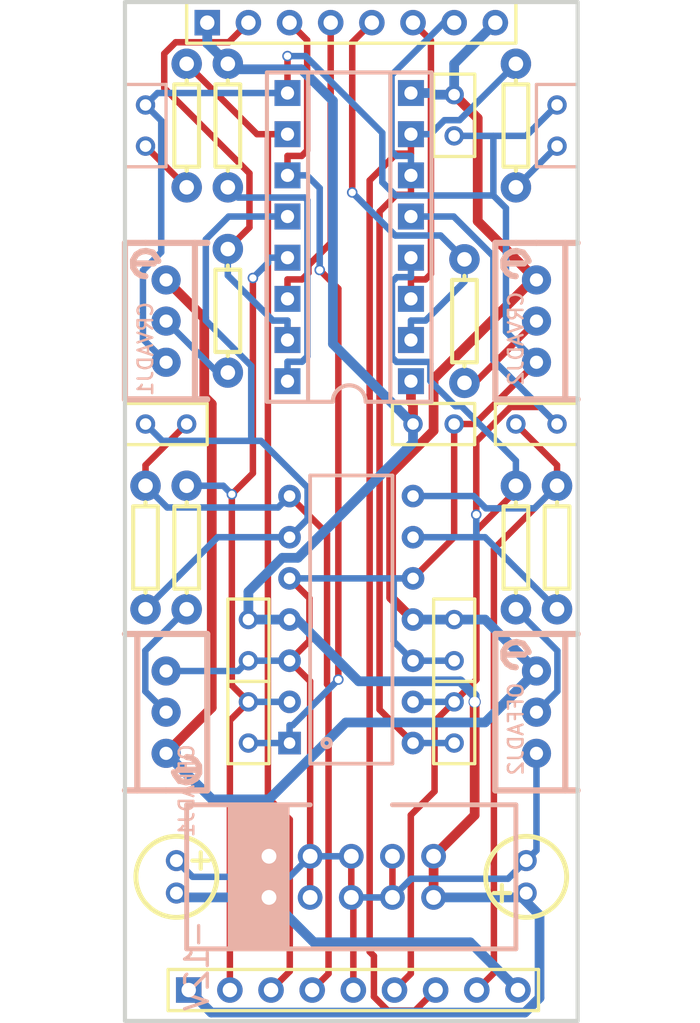
<source format=kicad_pcb>
(kicad_pcb (version 20171130) (host pcbnew "(5.1.5)-3") (page "A4") (layers (0 "F.Cu" signal) (31 "B.Cu" signal) (32 "B.Adhes" user) (33 "F.Adhes" user) (34 "B.Paste" user) (35 "F.Paste" user) (36 "B.SilkS" user) (37 "F.SilkS" user) (38 "B.Mask" user) (39 "F.Mask" user) (40 "Dwgs.User" user) (41 "Cmts.User" user) (42 "Eco1.User" user) (43 "Eco2.User" user) (44 "Edge.Cuts" user) (45 "Margin" user) (46 "B.CrtYd" user) (47 "F.CrtYd" user) (48 "B.Fab" user hide) (49 "F.Fab" user hide)) (net 0 "") (net 1 "+12V") (net 2 "-12V") (net 3 "C7_1") (net 4 "C8_1") (net 5 "CRVADJ1_2") (net 6 "CVVCA1") (net 7 "CVVCA3") (net 8 "GND") (net 9 "INOA1") (net 10 "INOA3") (net 11 "IVCA1") (net 12 "IVCA2") (net 13 "IVCA3") (net 14 "IVCA4") (net 15 "O1") (net 16 "O2") (net 17 "OFFADJ1_2") (net 18 "OOA1") (net 19 "OOA3") (net 20 "R16_1") (net 21 "R20_1") (net 22 "R9_2") (net 23 "U1_6") (net 24 "U2_1") (segment (start 22.733 104.165) (end 25.372 104.165) (width 0.4) (layer "B.Cu") (net 3)) (segment (start 25.372 104.165) (end 27.819 106.612) (width 0.4) (layer "B.Cu") (net 3)) (segment (start 27.819 106.612) (end 27.819 113.036) (width 0.4) (layer "B.Cu") (net 3)) (segment (start 27.819 113.036) (end 31.75 116.967) (width 0.4) (layer "B.Cu") (net 3)) (segment (start 26.764 122.56) (end 26.764 123.952) (width 0.4) (layer "B.Cu") (net 3)) (segment (start 31.75 128.397) (end 27.305 123.952) (width 0.4) (layer "B.Cu") (net 3)) (segment (start 27.305 123.952) (end 26.764 123.952) (width 0.4) (layer "B.Cu") (net 3)) (segment (start 26.764 123.952) (end 22.86 123.952) (width 0.4) (layer "B.Cu") (net 3)) (segment (start 30.48 134.747) (end 31.771 133.456) (width 0.4) (layer "B.Cu") (net 20)) (segment (start 31.771 133.456) (end 31.771 130.958) (width 0.4) (layer "B.Cu") (net 20)) (segment (start 31.771 130.958) (end 29.21 128.397) (width 0.4) (layer "B.Cu") (net 20)) (segment (start 7.62 134.747) (end 6.335 133.462) (width 0.4) (layer "B.Cu") (net 17)) (segment (start 6.335 133.462) (end 6.335 130.952) (width 0.4) (layer "B.Cu") (net 17)) (segment (start 6.335 130.952) (end 8.89 128.397) (width 0.4) (layer "B.Cu") (net 17)) (segment (start 31.75 99.822) (end 29.21 102.362) (width 0.4) (layer "B.Cu") (net 4)) (segment (start 6.35 128.397) (end 10.795 123.952) (width 0.4) (layer "B.Cu") (net 23)) (segment (start 10.795 123.952) (end 15.24 123.952) (width 0.4) (layer "B.Cu") (net 23)) (segment (start 12.874 118.006) (end 7.389 118.006) (width 0.4) (layer "B.Cu") (net 23)) (segment (start 7.389 118.006) (end 6.35 116.967) (width 0.4) (layer "B.Cu") (net 23)) (segment (start 15.24 123.952) (end 16.352 122.84) (width 0.4) (layer "B.Cu") (net 23)) (segment (start 16.352 122.84) (end 16.352 120.887) (width 0.4) (layer "B.Cu") (net 23)) (segment (start 16.352 120.887) (end 13.471 118.006) (width 0.4) (layer "B.Cu") (net 23)) (segment (start 13.471 118.006) (end 12.874 118.006) (width 0.4) (layer "B.Cu") (net 23)) (segment (start 12.874 118.006) (end 12.874 113.382) (width 0.4) (layer "B.Cu") (net 23)) (segment (start 12.874 113.382) (end 10.071 110.578) (width 0.4) (layer "B.Cu") (net 23)) (segment (start 10.071 110.578) (end 10.071 105.576) (width 0.4) (layer "B.Cu") (net 23)) (segment (start 10.071 105.576) (end 11.481 104.165) (width 0.4) (layer "B.Cu") (net 23)) (segment (start 11.481 104.165) (end 15.113 104.165) (width 0.4) (layer "B.Cu") (net 23)) (segment (start 15.113 113.125) (end 16.013 113.125) (width 0.4) (layer "B.Cu") (net 24)) (segment (start 16.013 113.125) (end 16.34 112.798) (width 0.4) (layer "B.Cu") (net 24)) (segment (start 16.34 112.798) (end 16.34 103.151) (width 0.4) (layer "B.Cu") (net 24)) (segment (start 16.34 103.151) (end 16.183 102.994) (width 0.4) (layer "B.Cu") (net 24)) (segment (start 16.183 102.994) (end 12.062 102.994) (width 0.4) (layer "B.Cu") (net 24)) (segment (start 12.062 102.994) (end 11.43 102.362) (width 0.4) (layer "B.Cu") (net 24)) (segment (start 15.113 114.325) (end 15.113 113.125) (width 0.4) (layer "B.Cu") (net 24)) (segment (start 15.24 121.412) (end 14.536 122.116) (width 0.4) (layer "B.Cu") (net 15)) (segment (start 14.536 122.116) (end 7.689 122.116) (width 0.4) (layer "B.Cu") (net 15)) (segment (start 7.689 122.116) (end 6.35 120.777) (width 0.4) (layer "B.Cu") (net 15)) (segment (start 29.21 94.742) (end 25.733 98.219) (width 0.4) (layer "B.Cu") (net 14)) (segment (start 25.733 98.219) (end 24.8 98.219) (width 0.4) (layer "B.Cu") (net 14)) (segment (start 24.8 98.219) (end 23.934 99.085) (width 0.4) (layer "B.Cu") (net 14)) (segment (start 22.733 99.085) (end 23.934 99.085) (width 0.4) (layer "B.Cu") (net 14)) (segment (start 22.733 96.545) (end 24.034 96.545) (width 0.6) (layer "B.Cu") (net 2)) (segment (start 30.48 132.207) (end 27.305 129.032) (width 0.6) (layer "B.Cu") (net 2)) (segment (start 27.305 129.032) (end 25.4 129.032) (width 0.6) (layer "B.Cu") (net 2)) (segment (start 22.86 129.032) (end 25.4 129.032) (width 0.6) (layer "B.Cu") (net 2)) (segment (start 13.97 146.177) (end 8.526 146.177) (width 0.6) (layer "B.Cu") (net 2)) (segment (start 8.526 146.177) (end 8.256 145.907) (width 0.6) (layer "B.Cu") (net 2)) (segment (start 13.97 146.177) (end 16.738 148.945) (width 0.6) (layer "B.Cu") (net 2)) (segment (start 16.738 148.945) (end 26.39 148.945) (width 0.6) (layer "B.Cu") (net 2)) (segment (start 26.39 148.945) (end 29.337 151.892) (width 0.6) (layer "B.Cu") (net 2)) (segment (start 24.034 96.545) (end 24.135 96.647) (width 0.6) (layer "B.Cu") (net 2)) (segment (start 24.135 96.647) (end 25.4 96.647) (width 0.6) (layer "B.Cu") (net 2)) (segment (start 25.4 96.647) (end 25.4 94.742) (width 0.6) (layer "B.Cu") (net 2)) (segment (start 25.4 94.742) (end 27.94 92.202) (width 0.6) (layer "B.Cu") (net 2)) (segment (start 13.97 140.128) (end 13.97 143.637) (width 0.6) (layer "B.Cu") (net 2)) (segment (start 7.62 137.287) (end 10.461 140.128) (width 0.6) (layer "B.Cu") (net 2)) (segment (start 10.461 140.128) (end 13.97 140.128) (width 0.6) (layer "B.Cu") (net 2)) (segment (start 13.97 140.128) (end 18.716 135.382) (width 0.6) (layer "B.Cu") (net 2)) (segment (start 18.716 135.382) (end 27.305 135.382) (width 0.6) (layer "B.Cu") (net 2)) (segment (start 27.305 135.382) (end 30.48 132.207) (width 0.6) (layer "B.Cu") (net 2)) (segment (start 22.86 136.652) (end 25.4 136.652) (width 0.4) (layer "B.Cu") (net 19)) (segment (start 25.4 92.202) (end 24.772 92.202) (width 0.4) (layer "B.Cu") (net 19)) (segment (start 24.772 92.202) (end 21.536 95.438) (width 0.4) (layer "B.Cu") (net 19)) (segment (start 21.536 95.438) (end 21.536 100.126) (width 0.4) (layer "B.Cu") (net 19)) (segment (start 21.536 100.126) (end 21.835 100.425) (width 0.4) (layer "B.Cu") (net 19)) (segment (start 21.835 100.425) (end 22.733 100.425) (width 0.4) (layer "B.Cu") (net 19)) (segment (start 22.733 101.625) (end 22.733 100.425) (width 0.4) (layer "B.Cu") (net 19)) (segment (start 31.75 120.777) (end 30.357 122.17) (width 0.4) (layer "B.Cu") (net 16)) (segment (start 30.357 122.17) (end 27.358 122.17) (width 0.4) (layer "B.Cu") (net 16)) (segment (start 27.358 122.17) (end 26.601 121.412) (width 0.4) (layer "B.Cu") (net 16)) (segment (start 26.601 121.412) (end 22.86 121.412) (width 0.4) (layer "B.Cu") (net 16)) (segment (start 22.733 111.785) (end 22.733 110.585) (width 0.4) (layer "B.Cu") (net 13)) (segment (start 22.733 110.585) (end 23.633 110.585) (width 0.4) (layer "B.Cu") (net 13)) (segment (start 23.633 110.585) (end 26.035 108.183) (width 0.4) (layer "B.Cu") (net 13)) (segment (start 26.035 108.183) (end 26.035 106.807) (width 0.4) (layer "B.Cu") (net 13)) (segment (start 19.108 102.678) (end 21.767 105.337) (width 0.4) (layer "B.Cu") (net 13)) (segment (start 21.767 105.337) (end 24.565 105.337) (width 0.4) (layer "B.Cu") (net 13)) (segment (start 24.565 105.337) (end 26.035 106.807) (width 0.4) (layer "B.Cu") (net 13)) (segment (start 22.86 134.112) (end 25.4 134.112) (width 0.4) (layer "B.Cu") (net 10)) (segment (start 29.21 120.777) (end 29.21 119.23) (width 0.4) (layer "B.Cu") (net 10)) (segment (start 29.21 119.23) (end 25.849 115.868) (width 0.4) (layer "B.Cu") (net 10)) (segment (start 25.849 115.868) (end 25.482 115.868) (width 0.4) (layer "B.Cu") (net 10)) (segment (start 25.482 115.868) (end 23.927 114.314) (width 0.4) (layer "B.Cu") (net 10)) (segment (start 23.927 114.314) (end 23.927 113.252) (width 0.4) (layer "B.Cu") (net 10)) (segment (start 23.927 113.252) (end 23.81 113.135) (width 0.4) (layer "B.Cu") (net 10)) (segment (start 23.81 113.135) (end 21.842 113.135) (width 0.4) (layer "B.Cu") (net 10)) (segment (start 21.842 113.135) (end 21.561 112.854) (width 0.4) (layer "B.Cu") (net 10)) (segment (start 21.561 112.854) (end 21.561 108.199) (width 0.4) (layer "B.Cu") (net 10)) (segment (start 21.561 108.199) (end 21.854 107.906) (width 0.4) (layer "B.Cu") (net 10)) (segment (start 21.854 107.906) (end 22.733 107.906) (width 0.4) (layer "B.Cu") (net 10)) (segment (start 22.733 106.705) (end 22.733 107.906) (width 0.4) (layer "B.Cu") (net 10)) (segment (start 15.113 111.785) (end 15.113 110.585) (width 0.4) (layer "B.Cu") (net 11)) (segment (start 11.43 106.172) (end 11.43 107.802) (width 0.4) (layer "B.Cu") (net 11)) (segment (start 11.43 107.802) (end 14.213 110.585) (width 0.4) (layer "B.Cu") (net 11)) (segment (start 14.213 110.585) (end 15.113 110.585) (width 0.4) (layer "B.Cu") (net 11)) (segment (start 7.62 110.617) (end 10.795 113.792) (width 0.4) (layer "B.Cu") (net 5)) (segment (start 10.795 113.792) (end 11.43 113.792) (width 0.4) (layer "B.Cu") (net 5)) (segment (start 15.24 134.112) (end 12.7 134.112) (width 0.4) (layer "B.Cu") (net 9)) (segment (start 8.89 120.777) (end 11.15 120.777) (width 0.4) (layer "B.Cu") (net 9)) (segment (start 11.15 120.777) (end 11.677 121.304) (width 0.4) (layer "B.Cu") (net 9)) (segment (start 12.977 107.957) (end 13.912 107.021) (width 0.4) (layer "B.Cu") (net 9)) (segment (start 13.912 107.021) (end 13.912 106.705) (width 0.4) (layer "B.Cu") (net 9)) (segment (start 15.113 106.705) (end 13.912 106.705) (width 0.4) (layer "B.Cu") (net 9)) (segment (start 15.24 129.032) (end 12.7 129.032) (width 0.6) (layer "B.Cu") (net 1)) (segment (start 10.16 92.202) (end 10.16 93.49) (width 0.6) (layer "B.Cu") (net 1)) (segment (start 11.43 94.742) (end 10.178 93.49) (width 0.6) (layer "B.Cu") (net 1)) (segment (start 10.178 93.49) (end 10.16 93.49) (width 0.6) (layer "B.Cu") (net 1)) (segment (start 9.017 151.892) (end 10.406 153.281) (width 0.6) (layer "B.Cu") (net 1)) (segment (start 10.406 153.281) (end 29.764 153.281) (width 0.6) (layer "B.Cu") (net 1)) (segment (start 29.764 153.281) (end 30.669 152.376) (width 0.6) (layer "B.Cu") (net 1)) (segment (start 30.669 152.376) (end 30.669 147.271) (width 0.6) (layer "B.Cu") (net 1)) (segment (start 30.669 147.271) (end 29.575 146.177) (width 0.6) (layer "B.Cu") (net 1)) (segment (start 24.13 146.177) (end 29.575 146.177) (width 0.6) (layer "B.Cu") (net 1)) (segment (start 29.575 146.177) (end 29.845 145.907) (width 0.6) (layer "B.Cu") (net 1)) (segment (start 22.86 116.967) (end 17.916 112.023) (width 0.6) (layer "B.Cu") (net 1)) (segment (start 17.916 112.023) (end 17.916 97.021) (width 0.6) (layer "B.Cu") (net 1)) (segment (start 17.916 97.021) (end 15.976 95.081) (width 0.6) (layer "B.Cu") (net 1)) (segment (start 15.976 95.081) (end 11.769 95.081) (width 0.6) (layer "B.Cu") (net 1)) (segment (start 11.769 95.081) (end 11.43 94.742) (width 0.6) (layer "B.Cu") (net 1)) (segment (start 26.665 134.11) (end 26.665 133.729) (width 0.6) (layer "B.Cu") (net 1)) (segment (start 26.665 133.729) (end 25.778 132.842) (width 0.6) (layer "B.Cu") (net 1)) (segment (start 25.778 132.842) (end 19.509 132.842) (width 0.6) (layer "B.Cu") (net 1)) (segment (start 19.509 132.842) (end 15.699 129.032) (width 0.6) (layer "B.Cu") (net 1)) (segment (start 15.699 129.032) (end 15.24 129.032) (width 0.6) (layer "B.Cu") (net 1)) (segment (start 16.51 143.637) (end 19.05 143.637) (width 0.4) (layer "B.Cu") (net 8)) (segment (start 7.62 132.207) (end 12.065 132.207) (width 0.4) (layer "B.Cu") (net 8)) (segment (start 12.065 132.207) (end 12.7 131.572) (width 0.4) (layer "B.Cu") (net 8)) (segment (start 30.48 137.287) (end 30.48 143.272) (width 0.4) (layer "B.Cu") (net 8)) (segment (start 30.48 143.272) (end 29.845 143.907) (width 0.4) (layer "B.Cu") (net 8)) (segment (start 22.86 131.572) (end 25.4 131.572) (width 0.4) (layer "B.Cu") (net 8)) (segment (start 21.67 126.492) (end 21.67 130.382) (width 0.4) (layer "B.Cu") (net 8)) (segment (start 21.67 130.382) (end 22.86 131.572) (width 0.4) (layer "B.Cu") (net 8)) (segment (start 22.86 126.492) (end 21.67 126.492) (width 0.4) (layer "B.Cu") (net 8)) (segment (start 21.67 126.492) (end 15.24 126.492) (width 0.4) (layer "B.Cu") (net 8)) (segment (start 15.24 131.572) (end 12.7 131.572) (width 0.4) (layer "B.Cu") (net 8)) (segment (start 8.256 143.907) (end 9.256 144.907) (width 0.4) (layer "B.Cu") (net 8)) (segment (start 9.256 144.907) (end 15.24 144.907) (width 0.4) (layer "B.Cu") (net 8)) (segment (start 15.24 144.907) (end 16.51 143.637) (width 0.4) (layer "B.Cu") (net 8)) (segment (start 31.75 97.282) (end 29.845 99.187) (width 0.4) (layer "B.Cu") (net 8)) (segment (start 29.845 99.187) (end 27.819 99.187) (width 0.4) (layer "B.Cu") (net 8)) (segment (start 27.819 99.187) (end 25.4 99.187) (width 0.4) (layer "B.Cu") (net 8)) (segment (start 19.05 146.177) (end 21.59 146.177) (width 0.4) (layer "B.Cu") (net 8)) (segment (start 21.59 146.177) (end 22.742 145.025) (width 0.4) (layer "B.Cu") (net 8)) (segment (start 22.742 145.025) (end 28.727 145.025) (width 0.4) (layer "B.Cu") (net 8)) (segment (start 28.727 145.025) (end 29.845 143.907) (width 0.4) (layer "B.Cu") (net 8)) (segment (start 27.819 99.187) (end 27.819 102.868) (width 0.4) (layer "B.Cu") (net 8)) (segment (start 27.819 102.868) (end 28.597 103.647) (width 0.4) (layer "B.Cu") (net 8)) (segment (start 28.597 103.647) (end 28.597 111.274) (width 0.4) (layer "B.Cu") (net 8)) (segment (start 28.597 111.274) (end 30.48 113.157) (width 0.4) (layer "B.Cu") (net 8)) (segment (start 27.819 102.868) (end 21.786 102.868) (width 0.4) (layer "B.Cu") (net 8)) (segment (start 21.786 102.868) (end 20.964 102.047) (width 0.4) (layer "B.Cu") (net 8)) (segment (start 20.964 102.047) (end 20.964 99.003) (width 0.4) (layer "B.Cu") (net 8)) (segment (start 20.964 99.003) (end 16.227 94.266) (width 0.4) (layer "B.Cu") (net 8)) (segment (start 16.227 94.266) (end 15.113 94.266) (width 0.4) (layer "B.Cu") (net 8)) (segment (start 6.35 97.282) (end 7.087 96.545) (width 0.4) (layer "B.Cu") (net 8)) (segment (start 7.087 96.545) (end 15.113 96.545) (width 0.4) (layer "B.Cu") (net 8)) (segment (start 6.35 97.282) (end 7.319 98.251) (width 0.4) (layer "B.Cu") (net 8)) (segment (start 7.319 98.251) (end 7.319 106.365) (width 0.4) (layer "B.Cu") (net 8)) (segment (start 7.319 106.365) (end 6.191 107.493) (width 0.4) (layer "B.Cu") (net 8)) (segment (start 6.191 107.493) (end 6.191 111.728) (width 0.4) (layer "B.Cu") (net 8)) (segment (start 6.191 111.728) (end 7.62 113.157) (width 0.4) (layer "B.Cu") (net 8)) (segment (start 15.24 136.652) (end 12.7 136.652) (width 0.4) (layer "B.Cu") (net 18)) (segment (start 16.314 101.625) (end 17.101 102.412) (width 0.4) (layer "B.Cu") (net 18)) (segment (start 17.101 102.412) (end 17.101 107.465) (width 0.4) (layer "B.Cu") (net 18)) (segment (start 18.251 132.737) (end 15.435 135.553) (width 0.4) (layer "B.Cu") (net 18)) (segment (start 15.435 135.553) (end 15.24 135.553) (width 0.4) (layer "B.Cu") (net 18)) (segment (start 15.24 136.652) (end 15.24 135.553) (width 0.4) (layer "B.Cu") (net 18)) (segment (start 15.113 101.625) (end 16.314 101.625) (width 0.4) (layer "B.Cu") (net 18)) (segment (start 22.86 116.967) (end 22.86 118.117) (width 0.6) (layer "B.Cu") (net 1)) (segment (start 22.86 118.117) (end 15.755 125.222) (width 0.6) (layer "B.Cu") (net 1)) (segment (start 15.755 125.222) (end 14.792 125.222) (width 0.6) (layer "B.Cu") (net 1)) (segment (start 14.792 125.222) (end 12.7 127.314) (width 0.6) (layer "B.Cu") (net 1)) (segment (start 12.7 127.314) (end 12.7 129.032) (width 0.6) (layer "B.Cu") (net 1)) (gr_line (start 5.08 90.932) (end 33.02 90.932) (width 0.254) (layer "Edge.Cuts")) (gr_line (start 33.02 90.932) (end 33.02 153.797) (width 0.254) (layer "Edge.Cuts")) (gr_line (start 33.02 153.797) (end 5.08 153.797) (width 0.254) (layer "Edge.Cuts")) (gr_line (start 5.08 153.797) (end 5.08 90.932) (width 0.254) (layer "Edge.Cuts")) (segment (start 13.903 99.085) (end 13.903 140.016) (width 0.4) (layer "F.Cu") (net 12)) (segment (start 13.903 140.016) (end 15.253 141.367) (width 0.4) (layer "F.Cu") (net 12)) (segment (start 15.253 141.367) (end 15.253 150.736) (width 0.4) (layer "F.Cu") (net 12)) (segment (start 15.253 150.736) (end 14.097 151.892) (width 0.4) (layer "F.Cu") (net 12)) (segment (start 15.113 99.085) (end 13.903 99.085) (width 0.4) (layer "F.Cu") (net 12)) (segment (start 13.903 99.085) (end 13.233 99.085) (width 0.4) (layer "F.Cu") (net 12)) (segment (start 13.233 99.085) (end 8.89 94.742) (width 0.4) (layer "F.Cu") (net 12)) (segment (start 30.48 110.617) (end 26.67 114.427) (width 0.4) (layer "F.Cu") (net 21)) (segment (start 26.67 114.427) (end 26.035 114.427) (width 0.4) (layer "F.Cu") (net 21)) (segment (start 6.35 99.822) (end 8.89 102.362) (width 0.4) (layer "F.Cu") (net 22)) (segment (start 22.733 108.045) (end 23.633 108.045) (width 0.4) (layer "F.Cu") (net 7)) (segment (start 23.633 108.045) (end 23.966 107.712) (width 0.4) (layer "F.Cu") (net 7)) (segment (start 23.966 107.712) (end 23.966 93.308) (width 0.4) (layer "F.Cu") (net 7)) (segment (start 23.966 93.308) (end 22.86 92.202) (width 0.4) (layer "F.Cu") (net 7)) (segment (start 22.733 109.245) (end 22.733 108.045) (width 0.4) (layer "F.Cu") (net 7)) (segment (start 31.75 116.967) (end 30.7 115.917) (width 0.4) (layer "F.Cu") (net 3)) (segment (start 30.7 115.917) (end 28.884 115.917) (width 0.4) (layer "F.Cu") (net 3)) (segment (start 28.884 115.917) (end 26.764 118.037) (width 0.4) (layer "F.Cu") (net 3)) (segment (start 26.764 118.037) (end 26.764 122.56) (width 0.4) (layer "F.Cu") (net 3)) (segment (start 6.35 120.777) (end 6.35 119.507) (width 0.4) (layer "F.Cu") (net 15)) (segment (start 6.35 119.507) (end 8.89 116.967) (width 0.4) (layer "F.Cu") (net 15)) (segment (start 15.24 121.412) (end 17.554 123.726) (width 0.4) (layer "F.Cu") (net 15)) (segment (start 17.554 123.726) (end 17.554 133.026) (width 0.4) (layer "F.Cu") (net 15)) (segment (start 17.554 133.026) (end 17.646 133.117) (width 0.4) (layer "F.Cu") (net 15)) (segment (start 17.646 133.117) (end 17.646 150.883) (width 0.4) (layer "F.Cu") (net 15)) (segment (start 17.646 150.883) (end 16.637 151.892) (width 0.4) (layer "F.Cu") (net 15)) (segment (start 22.733 100.286) (end 21.833 100.286) (width 0.4) (layer "F.Cu") (net 14)) (segment (start 21.833 100.286) (end 20.184 101.935) (width 0.4) (layer "F.Cu") (net 14)) (segment (start 20.184 101.935) (end 20.184 149.527) (width 0.4) (layer "F.Cu") (net 14)) (segment (start 20.184 149.527) (end 20.447 149.79) (width 0.4) (layer "F.Cu") (net 14)) (segment (start 20.447 149.79) (end 20.447 152.303) (width 0.4) (layer "F.Cu") (net 14)) (segment (start 20.447 152.303) (end 21.303 153.159) (width 0.4) (layer "F.Cu") (net 14)) (segment (start 21.303 153.159) (end 22.99 153.159) (width 0.4) (layer "F.Cu") (net 14)) (segment (start 22.99 153.159) (end 24.257 151.892) (width 0.4) (layer "F.Cu") (net 14)) (segment (start 22.733 99.085) (end 22.733 100.286) (width 0.4) (layer "F.Cu") (net 14)) (segment (start 13.97 143.637) (end 13.97 146.177) (width 0.6) (layer "F.Cu") (net 2)) (segment (start 7.62 108.077) (end 9.977 110.434) (width 0.6) (layer "F.Cu") (net 2)) (segment (start 9.977 110.434) (end 9.977 115.273) (width 0.6) (layer "F.Cu") (net 2)) (segment (start 9.977 115.273) (end 10.438 115.734) (width 0.6) (layer "F.Cu") (net 2)) (segment (start 10.438 115.734) (end 10.438 134.469) (width 0.6) (layer "F.Cu") (net 2)) (segment (start 10.438 134.469) (end 7.62 137.287) (width 0.6) (layer "F.Cu") (net 2)) (segment (start 30.48 108.077) (end 30.362 107.959) (width 0.6) (layer "F.Cu") (net 2)) (segment (start 30.362 107.959) (end 26.853 104.45) (width 0.6) (layer "F.Cu") (net 2)) (segment (start 26.853 104.45) (end 26.853 98.1) (width 0.6) (layer "F.Cu") (net 2)) (segment (start 26.853 98.1) (end 25.4 96.647) (width 0.6) (layer "F.Cu") (net 2)) (segment (start 30.362 107.959) (end 24.13 114.192) (width 0.6) (layer "F.Cu") (net 2)) (segment (start 24.13 114.192) (end 24.13 117.38) (width 0.6) (layer "F.Cu") (net 2)) (segment (start 24.13 117.38) (end 21.509 120.001) (width 0.6) (layer "F.Cu") (net 2)) (segment (start 21.509 120.001) (end 21.509 127.681) (width 0.6) (layer "F.Cu") (net 2)) (segment (start 21.509 127.681) (end 22.86 129.032) (width 0.6) (layer "F.Cu") (net 2)) (segment (start 22.733 101.625) (end 22.733 102.826) (width 0.4) (layer "F.Cu") (net 19)) (segment (start 22.86 136.652) (end 20.796 134.588) (width 0.4) (layer "F.Cu") (net 19)) (segment (start 20.796 134.588) (end 20.796 103.863) (width 0.4) (layer "F.Cu") (net 19)) (segment (start 20.796 103.863) (end 21.833 102.826) (width 0.4) (layer "F.Cu") (net 19)) (segment (start 21.833 102.826) (end 22.733 102.826) (width 0.4) (layer "F.Cu") (net 19)) (segment (start 31.75 120.777) (end 31.75 119.507) (width 0.4) (layer "F.Cu") (net 16)) (segment (start 31.75 119.507) (end 29.21 116.967) (width 0.4) (layer "F.Cu") (net 16)) (segment (start 26.797 151.892) (end 27.852 150.837) (width 0.4) (layer "F.Cu") (net 16)) (segment (start 27.852 150.837) (end 27.852 124.675) (width 0.4) (layer "F.Cu") (net 16)) (segment (start 27.852 124.675) (end 31.75 120.777) (width 0.4) (layer "F.Cu") (net 16)) (segment (start 15.113 109.245) (end 15.113 108.045) (width 0.4) (layer "F.Cu") (net 6)) (segment (start 17.78 92.202) (end 17.78 105.801) (width 0.4) (layer "F.Cu") (net 6)) (segment (start 17.78 105.801) (end 16.404 107.177) (width 0.4) (layer "F.Cu") (net 6)) (segment (start 16.404 107.177) (end 16.404 107.654) (width 0.4) (layer "F.Cu") (net 6)) (segment (start 16.404 107.654) (end 16.013 108.045) (width 0.4) (layer "F.Cu") (net 6)) (segment (start 16.013 108.045) (end 15.113 108.045) (width 0.4) (layer "F.Cu") (net 6)) (segment (start 20.32 92.202) (end 19.108 93.414) (width 0.4) (layer "F.Cu") (net 13)) (segment (start 19.108 93.414) (end 19.108 102.678) (width 0.4) (layer "F.Cu") (net 13)) (segment (start 21.717 151.892) (end 22.724 150.885) (width 0.4) (layer "F.Cu") (net 10)) (segment (start 22.724 150.885) (end 22.724 141.096) (width 0.4) (layer "F.Cu") (net 10)) (segment (start 22.724 141.096) (end 24.19 139.63) (width 0.4) (layer "F.Cu") (net 10)) (segment (start 24.19 139.63) (end 24.19 135.322) (width 0.4) (layer "F.Cu") (net 10)) (segment (start 24.19 135.322) (end 25.4 134.112) (width 0.4) (layer "F.Cu") (net 10)) (segment (start 25.4 134.112) (end 26.774 132.738) (width 0.4) (layer "F.Cu") (net 10)) (segment (start 26.774 132.738) (end 26.774 123.535) (width 0.4) (layer "F.Cu") (net 10)) (segment (start 26.774 123.535) (end 29.21 121.099) (width 0.4) (layer "F.Cu") (net 10)) (segment (start 29.21 121.099) (end 29.21 120.777) (width 0.4) (layer "F.Cu") (net 10)) (segment (start 11.43 106.172) (end 12.765 104.837) (width 0.4) (layer "F.Cu") (net 11)) (segment (start 12.765 104.837) (end 12.765 101.499) (width 0.4) (layer "F.Cu") (net 11)) (segment (start 12.765 101.499) (end 7.504 96.239) (width 0.4) (layer "F.Cu") (net 11)) (segment (start 7.504 96.239) (end 7.504 94.118) (width 0.4) (layer "F.Cu") (net 11)) (segment (start 7.504 94.118) (end 8.211 93.412) (width 0.4) (layer "F.Cu") (net 11)) (segment (start 8.211 93.412) (end 11.49 93.412) (width 0.4) (layer "F.Cu") (net 11)) (segment (start 11.49 93.412) (end 12.7 92.202) (width 0.4) (layer "F.Cu") (net 11)) (segment (start 11.557 151.892) (end 11.557 135.255) (width 0.4) (layer "F.Cu") (net 9)) (segment (start 11.557 135.255) (end 12.7 134.112) (width 0.4) (layer "F.Cu") (net 9)) (segment (start 12.7 134.112) (end 11.677 133.089) (width 0.4) (layer "F.Cu") (net 9)) (segment (start 11.677 133.089) (end 11.677 121.304) (width 0.4) (layer "F.Cu") (net 9)) (segment (start 11.677 121.304) (end 12.977 120.005) (width 0.4) (layer "F.Cu") (net 9)) (segment (start 12.977 120.005) (end 12.977 107.957) (width 0.4) (layer "F.Cu") (net 9)) (segment (start 22.733 115.626) (end 22.86 115.753) (width 0.6) (layer "F.Cu") (net 1)) (segment (start 22.86 115.753) (end 22.86 116.967) (width 0.6) (layer "F.Cu") (net 1)) (segment (start 22.733 114.325) (end 22.733 115.626) (width 0.6) (layer "F.Cu") (net 1)) (segment (start 24.13 143.637) (end 24.13 146.177) (width 0.6) (layer "F.Cu") (net 1)) (segment (start 24.13 143.637) (end 26.665 141.102) (width 0.6) (layer "F.Cu") (net 1)) (segment (start 26.665 141.102) (end 26.665 134.11) (width 0.6) (layer "F.Cu") (net 1)) (segment (start 21.59 146.177) (end 21.59 143.637) (width 0.4) (layer "F.Cu") (net 8)) (segment (start 19.05 143.637) (end 19.05 146.177) (width 0.4) (layer "F.Cu") (net 8)) (segment (start 19.05 146.177) (end 19.177 146.304) (width 0.4) (layer "F.Cu") (net 8)) (segment (start 19.177 146.304) (end 19.177 151.892) (width 0.4) (layer "F.Cu") (net 8)) (segment (start 30.48 113.157) (end 26.67 116.967) (width 0.4) (layer "F.Cu") (net 8)) (segment (start 26.67 116.967) (end 25.4 116.967) (width 0.4) (layer "F.Cu") (net 8)) (segment (start 25.4 116.967) (end 25.4 123.952) (width 0.4) (layer "F.Cu") (net 8)) (segment (start 25.4 123.952) (end 22.86 126.492) (width 0.4) (layer "F.Cu") (net 8)) (segment (start 16.51 146.177) (end 16.51 143.637) (width 0.4) (layer "F.Cu") (net 8)) (segment (start 16.51 143.637) (end 16.51 132.842) (width 0.4) (layer "F.Cu") (net 8)) (segment (start 16.51 132.842) (end 15.24 131.572) (width 0.4) (layer "F.Cu") (net 8)) (segment (start 15.24 126.492) (end 16.464 127.716) (width 0.4) (layer "F.Cu") (net 8)) (segment (start 16.464 127.716) (end 16.464 130.348) (width 0.4) (layer "F.Cu") (net 8)) (segment (start 16.464 130.348) (end 15.24 131.572) (width 0.4) (layer "F.Cu") (net 8)) (segment (start 15.113 96.545) (end 15.113 94.266) (width 0.4) (layer "F.Cu") (net 8)) (segment (start 15.113 101.025) (end 15.113 101.423) (width 0.4) (layer "F.Cu") (net 18)) (segment (start 15.113 101.625) (end 15.113 101.423) (width 0.4) (layer "F.Cu") (net 18)) (segment (start 15.113 101.025) (end 15.113 100.425) (width 0.4) (layer "F.Cu") (net 18)) (segment (start 15.113 100.425) (end 15.992 100.425) (width 0.4) (layer "F.Cu") (net 18)) (segment (start 15.992 100.425) (end 16.326 100.091) (width 0.4) (layer "F.Cu") (net 18)) (segment (start 16.326 100.091) (end 16.326 93.288) (width 0.4) (layer "F.Cu") (net 18)) (segment (start 16.326 93.288) (end 15.24 92.202) (width 0.4) (layer "F.Cu") (net 18)) (segment (start 17.101 107.465) (end 18.251 108.615) (width 0.4) (layer "F.Cu") (net 18)) (segment (start 18.251 108.615) (end 18.251 132.737) (width 0.4) (layer "F.Cu") (net 18)) (module "easyeda:RAD-0.1" (layer "F.Cu") (at 12.7 135.382 90) (fp_text value "100p" (at -1.397 -1.524 90) (layer "F.Fab") (effects (font (size 0.9 0.9) (thickness 0.152)) (justify left))) (fp_text reference "C1" (at -0.229 -1.854 90) (layer "F.SilkS") hide (effects (font (size 1.143 1.143) (thickness 0.152)) (justify left))) (fp_line (start 2.537 -1.267) (end -2.543 -1.267) (width 0.201) (layer "F.SilkS")) (fp_line (start -2.543 -1.267) (end -2.543 1.273) (width 0.201) (layer "F.SilkS")) (fp_line (start -2.543 1.273) (end 2.537 1.273) (width 0.201) (layer "F.SilkS")) (fp_line (start 2.537 1.273) (end 2.537 -1.267) (width 0.201) (layer "F.SilkS")) (pad 1 thru_hole circle (at -1.27 0 90) (size 1.194 1.194) (layers "*.Cu" "*.Paste" "*.Mask") (drill 0.711) (net 18 "OOA1")) (pad 2 thru_hole circle (at 1.27 0 90) (size 1.194 1.194) (layers "*.Cu" "*.Paste" "*.Mask") (drill 0.711) (net 9 "INOA1")) (fp_text user ggee59c0cbd59dd31a7 (at 0 0) (layer "Cmts.User") (effects (font (size 1 1) (thickness 0.15))))) (module "easyeda:RAD-0.1" (layer "F.Cu") (at 12.7 130.302 90) (fp_text value "100n" (at -0.762 -1.524 90) (layer "F.Fab") (effects (font (size 0.9 0.9) (thickness 0.152)) (justify left))) (fp_text reference "C2" (at -0.229 -1.854 90) (layer "F.SilkS") hide (effects (font (size 1.143 1.143) (thickness 0.152)) (justify left))) (fp_line (start 2.537 -1.267) (end -2.543 -1.267) (width 0.201) (layer "F.SilkS")) (fp_line (start -2.543 -1.267) (end -2.543 1.273) (width 0.201) (layer "F.SilkS")) (fp_line (start -2.543 1.273) (end 2.537 1.273) (width 0.201) (layer "F.SilkS")) (fp_line (start 2.537 1.273) (end 2.537 -1.267) (width 0.201) (layer "F.SilkS")) (pad 1 thru_hole circle (at -1.27 0 90) (size 1.194 1.194) (layers "*.Cu" "*.Paste" "*.Mask") (drill 0.711) (net 8 "GND")) (pad 2 thru_hole circle (at 1.27 0 90) (size 1.194 1.194) (layers "*.Cu" "*.Paste" "*.Mask") (drill 0.711) (net 1 "+12V")) (fp_text user ggec612ac3dbe1908f2 (at 0 0) (layer "Cmts.User") (effects (font (size 1 1) (thickness 0.15))))) (module "easyeda:RAD-0.1" (layer "F.Cu") (at 25.4 130.302 90) (fp_text value "100n" (at 1.143 1.524 -90) (layer "F.Fab") (effects (font (size 0.9 0.9) (thickness 0.152)) (justify left))) (fp_text reference "C3" (at -0.229 -1.854 90) (layer "F.SilkS") hide (effects (font (size 1.143 1.143) (thickness 0.152)) (justify left))) (fp_line (start 2.537 -1.267) (end -2.543 -1.267) (width 0.201) (layer "F.SilkS")) (fp_line (start -2.543 -1.267) (end -2.543 1.273) (width 0.201) (layer "F.SilkS")) (fp_line (start -2.543 1.273) (end 2.537 1.273) (width 0.201) (layer "F.SilkS")) (fp_line (start 2.537 1.273) (end 2.537 -1.267) (width 0.201) (layer "F.SilkS")) (pad 1 thru_hole circle (at -1.27 0 90) (size 1.194 1.194) (layers "*.Cu" "*.Paste" "*.Mask") (drill 0.711) (net 8 "GND")) (pad 2 thru_hole circle (at 1.27 0 90) (size 1.194 1.194) (layers "*.Cu" "*.Paste" "*.Mask") (drill 0.711) (net 2 "-12V")) (fp_text user gged74f87caa8951aaa (at 0 0) (layer "Cmts.User") (effects (font (size 1 1) (thickness 0.15))))) (module "easyeda:RAD-0.1" (layer "F.Cu") (at 7.62 116.967) (fp_text value "100p" (at -1.27 -1.778 0) (layer "F.Fab") (effects (font (size 0.9 0.9) (thickness 0.152)) (justify left))) (fp_text reference "C4" (at -0.229 -1.854 0) (layer "F.SilkS") hide (effects (font (size 1.143 1.143) (thickness 0.152)) (justify left))) (fp_line (start 2.537 -1.267) (end -2.543 -1.267) (width 0.201) (layer "F.SilkS")) (fp_line (start -2.543 -1.267) (end -2.543 1.273) (width 0.201) (layer "F.SilkS")) (fp_line (start -2.543 1.273) (end 2.537 1.273) (width 0.201) (layer "F.SilkS")) (fp_line (start 2.537 1.273) (end 2.537 -1.267) (width 0.201) (layer "F.SilkS")) (pad 1 thru_hole circle (at -1.27 0 0) (size 1.194 1.194) (layers "*.Cu" "*.Paste" "*.Mask") (drill 0.711) (net 23 "U1_6")) (pad 2 thru_hole circle (at 1.27 0 0) (size 1.194 1.194) (layers "*.Cu" "*.Paste" "*.Mask") (drill 0.711) (net 15 "O1")) (fp_text user gge8bc2c2fa2b599319 (at 0 0) (layer "Cmts.User") (effects (font (size 1 1) (thickness 0.15))))) (module "easyeda:RAD-0.1" (layer "F.Cu") (at 25.4 135.382 90) (fp_text value "100p" (at 1.143 1.651 -90) (layer "F.Fab") (effects (font (size 0.9 0.9) (thickness 0.152)) (justify left))) (fp_text reference "C6" (at -0.229 -1.854 90) (layer "F.SilkS") hide (effects (font (size 1.143 1.143) (thickness 0.152)) (justify left))) (fp_line (start 2.537 -1.267) (end -2.543 -1.267) (width 0.201) (layer "F.SilkS")) (fp_line (start -2.543 -1.267) (end -2.543 1.273) (width 0.201) (layer "F.SilkS")) (fp_line (start -2.543 1.273) (end 2.537 1.273) (width 0.201) (layer "F.SilkS")) (fp_line (start 2.537 1.273) (end 2.537 -1.267) (width 0.201) (layer "F.SilkS")) (pad 1 thru_hole circle (at -1.27 0 90) (size 1.194 1.194) (layers "*.Cu" "*.Paste" "*.Mask") (drill 0.711) (net 19 "OOA3")) (pad 2 thru_hole circle (at 1.27 0 90) (size 1.194 1.194) (layers "*.Cu" "*.Paste" "*.Mask") (drill 0.711) (net 10 "INOA3")) (fp_text user gge30819ae68d2e363e (at 0 0) (layer "Cmts.User") (effects (font (size 1 1) (thickness 0.15))))) (module "easyeda:RAD-0.1" (layer "F.Cu") (at 30.48 116.967 180) (fp_text value "100p" (at 1.27 1.778 0) (layer "F.Fab") (effects (font (size 0.9 0.9) (thickness 0.152)) (justify left))) (fp_text reference "C7" (at -0.229 -1.854 180) (layer "F.SilkS") hide (effects (font (size 1.143 1.143) (thickness 0.152)) (justify left))) (fp_line (start 2.537 -1.267) (end -2.543 -1.267) (width 0.201) (layer "F.SilkS")) (fp_line (start -2.543 -1.267) (end -2.543 1.273) (width 0.201) (layer "F.SilkS")) (fp_line (start -2.543 1.273) (end 2.537 1.273) (width 0.201) (layer "F.SilkS")) (fp_line (start 2.537 1.273) (end 2.537 -1.267) (width 0.201) (layer "F.SilkS")) (pad 1 thru_hole circle (at -1.27 0 180) (size 1.194 1.194) (layers "*.Cu" "*.Paste" "*.Mask") (drill 0.711) (net 3 "C7_1")) (pad 2 thru_hole circle (at 1.27 0 180) (size 1.194 1.194) (layers "*.Cu" "*.Paste" "*.Mask") (drill 0.711) (net 16 "O2")) (fp_text user gge41d51839263f2862 (at 0 0) (layer "Cmts.User") (effects (font (size 1 1) (thickness 0.15))))) (module "easyeda:CAP-TH_BD5.0-P2.00-D0.8-FD" (layer "F.Cu") (at 29.845 144.907 90) (fp_text value "10uF" (at -1.554 1.846 90) (layer "F.Fab") (effects (font (size 0.9 0.9) (thickness 0.152)) (justify left))) (fp_text reference "C9" (at -0.222 -2.794 90) (layer "F.SilkS") hide (effects (font (size 1.143 1.143) (thickness 0.152)) (justify left))) (fp_line (start -1.516 -1.5) (end -0.5 -1.5) (width 0.254) (layer "F.SilkS")) (fp_line (start -1 -2) (end -1 -0.984) (width 0.254) (layer "F.SilkS")) (fp_circle (center 0 0) (end 2.5 0) (layer "F.SilkS") (width 0.3)) (fp_poly (pts (xy -1.969 -1.206) (xy -1.08 -1.206) (xy -1.08 -1.079) (xy -1.969 -1.079)) (layer "Cmts.User") (width 0)) (fp_poly (pts (xy -1.588 -0.698) (xy -1.588 -1.587) (xy -1.461 -1.587) (xy -1.46 -0.698)) (layer "Cmts.User") (width 0)) (fp_poly (pts (xy 1.016 -1.143) (xy 1.905 -1.143) (xy 1.905 -1.016) (xy 1.016 -1.016)) (layer "Cmts.User") (width 0)) (pad 1 thru_hole circle (at -1 0 90) (size 1.3 1.3) (layers "*.Cu" "*.Paste" "*.Mask") (drill 0.8) (net 1 "+12V")) (pad 2 thru_hole circle (at 1 0 90) (size 1.3 1.3) (layers "*.Cu" "*.Paste" "*.Mask") (drill 0.8) (net 8 "GND")) (fp_text user gge212f14169a0d32c0 (at 0 0) (layer "Cmts.User") (effects (font (size 1 1) (thickness 0.15))))) (module "easyeda:HDR-F-2.54_1X9" (layer "F.Cu") (at 19.177 151.892) (fp_text value "HDR-F-2.54_1x9" (at -0.254 -3.175 0) (layer "F.Fab") hide (effects (font (size 1.143 1.143) (thickness 0.152)) (justify left))) (fp_text reference "H1" (at -0.254 -1.397 0) (layer "F.SilkS") hide (effects (font (size 1.143 1.143) (thickness 0.152)) (justify left))) (fp_line (start 11.43 -1.27) (end -9.525 -1.27) (width 0.203) (layer "F.SilkS")) (fp_line (start -9.525 -1.27) (end -11.43 -1.27) (width 0.203) (layer "F.SilkS")) (fp_line (start -11.43 -1.27) (end -11.43 1.27) (width 0.203) (layer "F.SilkS")) (fp_line (start -11.43 1.27) (end 11.43 1.27) (width 0.203) (layer "F.SilkS")) (fp_line (start 11.43 1.27) (end 11.43 -1.27) (width 0.203) (layer "F.SilkS")) (pad 9 thru_hole circle (at 10.16 0 0) (size 1.575 1.575) (layers "*.Cu" "*.Paste" "*.Mask") (drill 0.889) (net 2 "-12V")) (pad 8 thru_hole circle (at 7.62 0 0) (size 1.575 1.575) (layers "*.Cu" "*.Paste" "*.Mask") (drill 0.889) (net 16 "O2")) (pad 7 thru_hole circle (at 5.08 0 0) (size 1.575 1.575) (layers "*.Cu" "*.Paste" "*.Mask") (drill 0.889) (net 14 "IVCA4")) (pad 6 thru_hole circle (at 2.54 0 0) (size 1.575 1.575) (layers "*.Cu" "*.Paste" "*.Mask") (drill 0.889) (net 10 "INOA3")) (pad 5 thru_hole circle (at 0 0 0) (size 1.575 1.575) (layers "*.Cu" "*.Paste" "*.Mask") (drill 0.889) (net 8 "GND")) (pad 4 thru_hole circle (at -2.54 0 0) (size 1.575 1.575) (layers "*.Cu" "*.Paste" "*.Mask") (drill 0.889) (net 15 "O1")) (pad 3 thru_hole circle (at -5.08 0 0) (size 1.575 1.575) (layers "*.Cu" "*.Paste" "*.Mask") (drill 0.889) (net 12 "IVCA2")) (pad 2 thru_hole circle (at -7.62 0 0) (size 1.575 1.575) (layers "*.Cu" "*.Paste" "*.Mask") (drill 0.889) (net 9 "INOA1")) (pad 1 thru_hole rect (at -10.16 0 0) (size 1.575 1.575) (layers "*.Cu" "*.Paste" "*.Mask") (drill 0.889) (net 1 "+12V")) (fp_text user gge2d89d04d527d7ddb (at 0 0) (layer "Cmts.User") (effects (font (size 1 1) (thickness 0.15))))) (module "easyeda:HDR-F-2.54_1X8" (layer "F.Cu") (at 17.78 92.202) (fp_text value "HDR-F-2.54_1x8" (at 1.016 -3.302 0) (layer "F.Fab") hide (effects (font (size 1.143 1.143) (thickness 0.152)) (justify left))) (fp_text reference "H2" (at 1.016 -1.524 0) (layer "F.SilkS") hide (effects (font (size 1.143 1.143) (thickness 0.152)) (justify left))) (fp_line (start 11.43 -1.27) (end 11.43 1.27) (width 0.203) (layer "F.SilkS")) (fp_line (start 11.43 1.27) (end -8.89 1.27) (width 0.203) (layer "F.SilkS")) (fp_line (start -8.89 1.27) (end -8.89 -1.27) (width 0.203) (layer "F.SilkS")) (fp_line (start -8.89 -1.27) (end -6.985 -1.27) (width 0.203) (layer "F.SilkS")) (fp_line (start 11.43 -1.27) (end -6.985 -1.27) (width 0.203) (layer "F.SilkS")) (pad 1 thru_hole rect (at -7.62 0 0) (size 1.575 1.575) (layers "*.Cu" "*.Paste" "*.Mask") (drill 0.889) (net 1 "+12V")) (pad 2 thru_hole circle (at -5.08 0 0) (size 1.575 1.575) (layers "*.Cu" "*.Paste" "*.Mask") (drill 0.889) (net 11 "IVCA1")) (pad 3 thru_hole circle (at -2.54 0 0) (size 1.575 1.575) (layers "*.Cu" "*.Paste" "*.Mask") (drill 0.889) (net 18 "OOA1")) (pad 4 thru_hole circle (at 0 0 0) (size 1.575 1.575) (layers "*.Cu" "*.Paste" "*.Mask") (drill 0.889) (net 6 "CVVCA1")) (pad 5 thru_hole circle (at 2.54 0 0) (size 1.575 1.575) (layers "*.Cu" "*.Paste" "*.Mask") (drill 0.889) (net 13 "IVCA3")) (pad 6 thru_hole circle (at 5.08 0 0) (size 1.575 1.575) (layers "*.Cu" "*.Paste" "*.Mask") (drill 0.889) (net 7 "CVVCA3")) (pad 7 thru_hole circle (at 7.62 0 0) (size 1.575 1.575) (layers "*.Cu" "*.Paste" "*.Mask") (drill 0.889) (net 19 "OOA3")) (pad 8 thru_hole circle (at 10.16 0 0) (size 1.575 1.575) (layers "*.Cu" "*.Paste" "*.Mask") (drill 0.889) (net 2 "-12V")) (fp_text user gge851916a04b19af60 (at 0 0) (layer "Cmts.User") (effects (font (size 1 1) (thickness 0.15))))) (module "easyeda:R_AXIAL-0.3" (layer "F.Cu") (at 6.35 124.587 -90) (fp_text value "100k" (at 1.646 -0.45 90) (layer "F.Fab") (effects (font (size 0.9 0.9) (thickness 0.152)) (justify left))) (fp_text reference "R5" (at 0 -1.27 -90) (layer "F.SilkS") hide (effects (font (size 1.143 1.143) (thickness 0.152)) (justify left))) (fp_line (start -2.54 0) (end -2.794 0) (width 0.254) (layer "F.SilkS")) (fp_line (start 2.54 0) (end 2.794 0) (width 0.254) (layer "F.SilkS")) (fp_line (start -2.54 0) (end -2.54 -0.762) (width 0.254) (layer "F.SilkS")) (fp_line (start -2.54 0.762) (end -2.54 0) (width 0.254) (layer "F.SilkS")) (fp_line (start 2.54 0.762) (end -2.54 0.762) (width 0.254) (layer "F.SilkS")) (fp_line (start 2.54 0) (end 2.54 0.762) (width 0.254) (layer "F.SilkS")) (fp_line (start 2.54 -0.762) (end 2.54 0) (width 0.254) (layer "F.SilkS")) (fp_line (start -2.54 -0.762) (end 2.54 -0.762) (width 0.254) (layer "F.SilkS")) (pad 1 thru_hole circle (at -3.81 0 -90) (size 1.88 1.88) (layers "*.Cu" "*.Paste" "*.Mask") (drill 0.899) (net 15 "O1")) (pad 2 thru_hole circle (at 3.81 0 -90) (size 1.88 1.88) (layers "*.Cu" "*.Paste" "*.Mask") (drill 0.899) (net 23 "U1_6")) (fp_text user gge1717d1d980c76914 (at 0 0) (layer "Cmts.User") (effects (font (size 1 1) (thickness 0.15))))) (module "easyeda:R_AXIAL-0.3" (layer "F.Cu") (at 8.89 124.587 90) (fp_text value "33k" (at -0.965 0.508 90) (layer "F.Fab") (effects (font (size 0.9 0.9) (thickness 0.152)) (justify left))) (fp_text reference "R6" (at 0 -1.27 90) (layer "F.SilkS") hide (effects (font (size 1.143 1.143) (thickness 0.152)) (justify left))) (fp_line (start -2.54 0) (end -2.794 0) (width 0.254) (layer "F.SilkS")) (fp_line (start 2.54 0) (end 2.794 0) (width 0.254) (layer "F.SilkS")) (fp_line (start -2.54 0) (end -2.54 -0.762) (width 0.254) (layer "F.SilkS")) (fp_line (start -2.54 0.762) (end -2.54 0) (width 0.254) (layer "F.SilkS")) (fp_line (start 2.54 0.762) (end -2.54 0.762) (width 0.254) (layer "F.SilkS")) (fp_line (start 2.54 0) (end 2.54 0.762) (width 0.254) (layer "F.SilkS")) (fp_line (start 2.54 -0.762) (end 2.54 0) (width 0.254) (layer "F.SilkS")) (fp_line (start -2.54 -0.762) (end 2.54 -0.762) (width 0.254) (layer "F.SilkS")) (pad 1 thru_hole circle (at -3.81 0 90) (size 1.88 1.88) (layers "*.Cu" "*.Paste" "*.Mask") (drill 0.899) (net 17 "OFFADJ1_2")) (pad 2 thru_hole circle (at 3.81 0 90) (size 1.88 1.88) (layers "*.Cu" "*.Paste" "*.Mask") (drill 0.899) (net 9 "INOA1")) (fp_text user gge38147b098c5615fd (at 0 0) (layer "Cmts.User") (effects (font (size 1 1) (thickness 0.15))))) (module "easyeda:R_AXIAL-0.3" (layer "F.Cu") (at 8.89 98.552 -90) (fp_text value "470" (at 1.334 -0.45 90) (layer "F.Fab") (effects (font (size 0.9 0.9) (thickness 0.152)) (justify left))) (fp_text reference "R9" (at 0 -1.27 -90) (layer "F.SilkS") hide (effects (font (size 1.143 1.143) (thickness 0.152)) (justify left))) (fp_line (start -2.54 0) (end -2.794 0) (width 0.254) (layer "F.SilkS")) (fp_line (start 2.54 0) (end 2.794 0) (width 0.254) (layer "F.SilkS")) (fp_line (start -2.54 0) (end -2.54 -0.762) (width 0.254) (layer "F.SilkS")) (fp_line (start -2.54 0.762) (end -2.54 0) (width 0.254) (layer "F.SilkS")) (fp_line (start 2.54 0.762) (end -2.54 0.762) (width 0.254) (layer "F.SilkS")) (fp_line (start 2.54 0) (end 2.54 0.762) (width 0.254) (layer "F.SilkS")) (fp_line (start 2.54 -0.762) (end 2.54 0) (width 0.254) (layer "F.SilkS")) (fp_line (start -2.54 -0.762) (end 2.54 -0.762) (width 0.254) (layer "F.SilkS")) (pad 1 thru_hole circle (at -3.81 0 -90) (size 1.88 1.88) (layers "*.Cu" "*.Paste" "*.Mask") (drill 0.899) (net 12 "IVCA2")) (pad 2 thru_hole circle (at 3.81 0 -90) (size 1.88 1.88) (layers "*.Cu" "*.Paste" "*.Mask") (drill 0.899) (net 22 "R9_2")) (fp_text user ggea7fd5bc9ae99e062 (at 0 0) (layer "Cmts.User") (effects (font (size 1 1) (thickness 0.15))))) (module "easyeda:R_AXIAL-0.3" (layer "F.Cu") (at 11.43 109.982 90) (fp_text value "22k" (at -0.965 0.508 90) (layer "F.Fab") (effects (font (size 0.9 0.9) (thickness 0.152)) (justify left))) (fp_text reference "R10" (at 0 -1.27 90) (layer "F.SilkS") hide (effects (font (size 1.143 1.143) (thickness 0.152)) (justify left))) (fp_line (start -2.54 0) (end -2.794 0) (width 0.254) (layer "F.SilkS")) (fp_line (start 2.54 0) (end 2.794 0) (width 0.254) (layer "F.SilkS")) (fp_line (start -2.54 0) (end -2.54 -0.762) (width 0.254) (layer "F.SilkS")) (fp_line (start -2.54 0.762) (end -2.54 0) (width 0.254) (layer "F.SilkS")) (fp_line (start 2.54 0.762) (end -2.54 0.762) (width 0.254) (layer "F.SilkS")) (fp_line (start 2.54 0) (end 2.54 0.762) (width 0.254) (layer "F.SilkS")) (fp_line (start 2.54 -0.762) (end 2.54 0) (width 0.254) (layer "F.SilkS")) (fp_line (start -2.54 -0.762) (end 2.54 -0.762) (width 0.254) (layer "F.SilkS")) (pad 1 thru_hole circle (at -3.81 0 90) (size 1.88 1.88) (layers "*.Cu" "*.Paste" "*.Mask") (drill 0.899) (net 5 "CRVADJ1_2")) (pad 2 thru_hole circle (at 3.81 0 90) (size 1.88 1.88) (layers "*.Cu" "*.Paste" "*.Mask") (drill 0.899) (net 11 "IVCA1")) (fp_text user gge2716e37b4b27a4c7 (at 0 0) (layer "Cmts.User") (effects (font (size 1 1) (thickness 0.15))))) (module "easyeda:R_AXIAL-0.3" (layer "F.Cu") (at 31.75 124.587 -90) (fp_text value "100k" (at 1.646 -0.45 90) (layer "F.Fab") (effects (font (size 0.9 0.9) (thickness 0.152)) (justify left))) (fp_text reference "R15" (at 0 -1.27 -90) (layer "F.SilkS") hide (effects (font (size 1.143 1.143) (thickness 0.152)) (justify left))) (fp_line (start -2.54 0) (end -2.794 0) (width 0.254) (layer "F.SilkS")) (fp_line (start 2.54 0) (end 2.794 0) (width 0.254) (layer "F.SilkS")) (fp_line (start -2.54 0) (end -2.54 -0.762) (width 0.254) (layer "F.SilkS")) (fp_line (start -2.54 0.762) (end -2.54 0) (width 0.254) (layer "F.SilkS")) (fp_line (start 2.54 0.762) (end -2.54 0.762) (width 0.254) (layer "F.SilkS")) (fp_line (start 2.54 0) (end 2.54 0.762) (width 0.254) (layer "F.SilkS")) (fp_line (start 2.54 -0.762) (end 2.54 0) (width 0.254) (layer "F.SilkS")) (fp_line (start -2.54 -0.762) (end 2.54 -0.762) (width 0.254) (layer "F.SilkS")) (pad 1 thru_hole circle (at -3.81 0 -90) (size 1.88 1.88) (layers "*.Cu" "*.Paste" "*.Mask") (drill 0.899) (net 16 "O2")) (pad 2 thru_hole circle (at 3.81 0 -90) (size 1.88 1.88) (layers "*.Cu" "*.Paste" "*.Mask") (drill 0.899) (net 3 "C7_1")) (fp_text user gge305bb240212b1fa9 (at 0 0) (layer "Cmts.User") (effects (font (size 1 1) (thickness 0.15))))) (module "easyeda:R_AXIAL-0.3" (layer "F.Cu") (at 29.21 124.587 90) (fp_text value "33k" (at -0.965 0.508 90) (layer "F.Fab") (effects (font (size 0.9 0.9) (thickness 0.152)) (justify left))) (fp_text reference "R16" (at 0 -1.27 90) (layer "F.SilkS") hide (effects (font (size 1.143 1.143) (thickness 0.152)) (justify left))) (fp_line (start -2.54 0) (end -2.794 0) (width 0.254) (layer "F.SilkS")) (fp_line (start 2.54 0) (end 2.794 0) (width 0.254) (layer "F.SilkS")) (fp_line (start -2.54 0) (end -2.54 -0.762) (width 0.254) (layer "F.SilkS")) (fp_line (start -2.54 0.762) (end -2.54 0) (width 0.254) (layer "F.SilkS")) (fp_line (start 2.54 0.762) (end -2.54 0.762) (width 0.254) (layer "F.SilkS")) (fp_line (start 2.54 0) (end 2.54 0.762) (width 0.254) (layer "F.SilkS")) (fp_line (start 2.54 -0.762) (end 2.54 0) (width 0.254) (layer "F.SilkS")) (fp_line (start -2.54 -0.762) (end 2.54 -0.762) (width 0.254) (layer "F.SilkS")) (pad 1 thru_hole circle (at -3.81 0 90) (size 1.88 1.88) (layers "*.Cu" "*.Paste" "*.Mask") (drill 0.899) (net 20 "R16_1")) (pad 2 thru_hole circle (at 3.81 0 90) (size 1.88 1.88) (layers "*.Cu" "*.Paste" "*.Mask") (drill 0.899) (net 10 "INOA3")) (fp_text user gge85d004b73b24eba9 (at 0 0) (layer "Cmts.User") (effects (font (size 1 1) (thickness 0.15))))) (module "easyeda:R_AXIAL-0.3" (layer "F.Cu") (at 29.21 98.552 -90) (fp_text value "470" (at 1.334 -0.45 90) (layer "F.Fab") (effects (font (size 0.9 0.9) (thickness 0.152)) (justify left))) (fp_text reference "R19" (at 0 -1.27 -90) (layer "F.SilkS") hide (effects (font (size 1.143 1.143) (thickness 0.152)) (justify left))) (fp_line (start -2.54 0) (end -2.794 0) (width 0.254) (layer "F.SilkS")) (fp_line (start 2.54 0) (end 2.794 0) (width 0.254) (layer "F.SilkS")) (fp_line (start -2.54 0) (end -2.54 -0.762) (width 0.254) (layer "F.SilkS")) (fp_line (start -2.54 0.762) (end -2.54 0) (width 0.254) (layer "F.SilkS")) (fp_line (start 2.54 0.762) (end -2.54 0.762) (width 0.254) (layer "F.SilkS")) (fp_line (start 2.54 0) (end 2.54 0.762) (width 0.254) (layer "F.SilkS")) (fp_line (start 2.54 -0.762) (end 2.54 0) (width 0.254) (layer "F.SilkS")) (fp_line (start -2.54 -0.762) (end 2.54 -0.762) (width 0.254) (layer "F.SilkS")) (pad 1 thru_hole circle (at -3.81 0 -90) (size 1.88 1.88) (layers "*.Cu" "*.Paste" "*.Mask") (drill 0.899) (net 14 "IVCA4")) (pad 2 thru_hole circle (at 3.81 0 -90) (size 1.88 1.88) (layers "*.Cu" "*.Paste" "*.Mask") (drill 0.899) (net 4 "C8_1")) (fp_text user ggec27b65f996f3579d (at 0 0) (layer "Cmts.User") (effects (font (size 1 1) (thickness 0.15))))) (module "easyeda:R_AXIAL-0.3" (layer "F.Cu") (at 26.035 110.617 90) (fp_text value "22k" (at -0.965 0.508 90) (layer "F.Fab") (effects (font (size 0.9 0.9) (thickness 0.152)) (justify left))) (fp_text reference "R20" (at 0 -1.27 90) (layer "F.SilkS") hide (effects (font (size 1.143 1.143) (thickness 0.152)) (justify left))) (fp_line (start -2.54 0) (end -2.794 0) (width 0.254) (layer "F.SilkS")) (fp_line (start 2.54 0) (end 2.794 0) (width 0.254) (layer "F.SilkS")) (fp_line (start -2.54 0) (end -2.54 -0.762) (width 0.254) (layer "F.SilkS")) (fp_line (start -2.54 0.762) (end -2.54 0) (width 0.254) (layer "F.SilkS")) (fp_line (start 2.54 0.762) (end -2.54 0.762) (width 0.254) (layer "F.SilkS")) (fp_line (start 2.54 0) (end 2.54 0.762) (width 0.254) (layer "F.SilkS")) (fp_line (start 2.54 -0.762) (end 2.54 0) (width 0.254) (layer "F.SilkS")) (fp_line (start -2.54 -0.762) (end 2.54 -0.762) (width 0.254) (layer "F.SilkS")) (pad 1 thru_hole circle (at -3.81 0 90) (size 1.88 1.88) (layers "*.Cu" "*.Paste" "*.Mask") (drill 0.899) (net 21 "R20_1")) (pad 2 thru_hole circle (at 3.81 0 90) (size 1.88 1.88) (layers "*.Cu" "*.Paste" "*.Mask") (drill 0.899) (net 13 "IVCA3")) (fp_text user ggebdec096881f7b972 (at 0 0) (layer "Cmts.User") (effects (font (size 1 1) (thickness 0.15))))) (module "easyeda:R_AXIAL-0.3" (layer "F.Cu") (at 11.43 98.552 -90) (fp_text value "7.5k" (at 1.521 -0.45 90) (layer "F.Fab") (effects (font (size 0.9 0.9) (thickness 0.152)) (justify left))) (fp_text reference "R21" (at 0 -1.27 -90) (layer "F.SilkS") hide (effects (font (size 1.143 1.143) (thickness 0.152)) (justify left))) (fp_line (start -2.54 0) (end -2.794 0) (width 0.254) (layer "F.SilkS")) (fp_line (start 2.54 0) (end 2.794 0) (width 0.254) (layer "F.SilkS")) (fp_line (start -2.54 0) (end -2.54 -0.762) (width 0.254) (layer "F.SilkS")) (fp_line (start -2.54 0.762) (end -2.54 0) (width 0.254) (layer "F.SilkS")) (fp_line (start 2.54 0.762) (end -2.54 0.762) (width 0.254) (layer "F.SilkS")) (fp_line (start 2.54 0) (end 2.54 0.762) (width 0.254) (layer "F.SilkS")) (fp_line (start 2.54 -0.762) (end 2.54 0) (width 0.254) (layer "F.SilkS")) (fp_line (start -2.54 -0.762) (end 2.54 -0.762) (width 0.254) (layer "F.SilkS")) (pad 1 thru_hole circle (at -3.81 0 -90) (size 1.88 1.88) (layers "*.Cu" "*.Paste" "*.Mask") (drill 0.899) (net 1 "+12V")) (pad 2 thru_hole circle (at 3.81 0 -90) (size 1.88 1.88) (layers "*.Cu" "*.Paste" "*.Mask") (drill 0.899) (net 24 "U2_1")) (fp_text user gge4f5e166d4ad97d66 (at 0 0) (layer "Cmts.User") (effects (font (size 1 1) (thickness 0.15))))) (module "easyeda:RAD-0.1" (layer "F.Cu") (at 25.4 97.917 90) (fp_text value "100n" (at 1.524 1.397 -90) (layer "F.Fab") (effects (font (size 0.9 0.9) (thickness 0.152)) (justify left))) (fp_text reference "C12" (at -0.229 -1.854 90) (layer "F.SilkS") hide (effects (font (size 1.143 1.143) (thickness 0.152)) (justify left))) (fp_line (start 2.537 -1.267) (end -2.543 -1.267) (width 0.201) (layer "F.SilkS")) (fp_line (start -2.543 -1.267) (end -2.543 1.273) (width 0.201) (layer "F.SilkS")) (fp_line (start -2.543 1.273) (end 2.537 1.273) (width 0.201) (layer "F.SilkS")) (fp_line (start 2.537 1.273) (end 2.537 -1.267) (width 0.201) (layer "F.SilkS")) (pad 1 thru_hole circle (at -1.27 0 90) (size 1.194 1.194) (layers "*.Cu" "*.Paste" "*.Mask") (drill 0.711) (net 8 "GND")) (pad 2 thru_hole circle (at 1.27 0 90) (size 1.194 1.194) (layers "*.Cu" "*.Paste" "*.Mask") (drill 0.711) (net 2 "-12V")) (fp_text user ggee38bf7cebe9c1f0f (at 0 0) (layer "Cmts.User") (effects (font (size 1 1) (thickness 0.15))))) (module "easyeda:RAD-0.1" (layer "F.Cu") (at 24.13 116.967 0) (fp_text value "100n" (at -2.794 1.397 90) (layer "F.Fab") (effects (font (size 0.9 0.9) (thickness 0.152)) (justify left))) (fp_text reference "C10" (at -0.229 -1.854 0) (layer "F.SilkS") hide (effects (font (size 1.143 1.143) (thickness 0.152)) (justify left))) (fp_line (start 2.537 -1.267) (end -2.543 -1.267) (width 0.201) (layer "F.SilkS")) (fp_line (start -2.543 -1.267) (end -2.543 1.273) (width 0.201) (layer "F.SilkS")) (fp_line (start -2.543 1.273) (end 2.537 1.273) (width 0.201) (layer "F.SilkS")) (fp_line (start 2.537 1.273) (end 2.537 -1.267) (width 0.201) (layer "F.SilkS")) (pad 1 thru_hole circle (at -1.27 0 0) (size 1.194 1.194) (layers "*.Cu" "*.Paste" "*.Mask") (drill 0.711) (net 1 "+12V")) (pad 2 thru_hole circle (at 1.27 0 0) (size 1.194 1.194) (layers "*.Cu" "*.Paste" "*.Mask") (drill 0.711) (net 8 "GND")) (fp_text user gge5c227d4db071700c (at 0 0) (layer "Cmts.User") (effects (font (size 1 1) (thickness 0.15))))) (module "easyeda:CAP-TH_BD5.0-P2.00-D0.8-FD" (layer "F.Cu") (at 8.256 144.907 -90) (fp_text value "10uF" (at 1.016 0.89 90) (layer "F.Fab") (effects (font (size 0.9 0.9) (thickness 0.152)) (justify left))) (fp_text reference "C11" (at -0.222 -2.793 -90) (layer "F.SilkS") hide (effects (font (size 1.143 1.143) (thickness 0.152)) (justify left))) (fp_line (start -1.516 -1.5) (end -0.5 -1.5) (width 0.254) (layer "F.SilkS")) (fp_line (start -1 -2) (end -1 -0.984) (width 0.254) (layer "F.SilkS")) (fp_circle (center 0 0) (end 2.5 0) (layer "F.SilkS") (width 0.3)) (fp_poly (pts (xy -1.969 -1.207) (xy -1.08 -1.207) (xy -1.08 -1.079) (xy -1.969 -1.079)) (layer "Cmts.User") (width 0)) (fp_poly (pts (xy -1.588 -0.698) (xy -1.588 -1.588) (xy -1.461 -1.588) (xy -1.46 -0.698)) (layer "Cmts.User") (width 0)) (fp_poly (pts (xy 1.016 -1.143) (xy 1.905 -1.143) (xy 1.905 -1.016) (xy 1.016 -1.016)) (layer "Cmts.User") (width 0)) (pad 1 thru_hole circle (at -1 0 -90) (size 1.3 1.3) (layers "*.Cu" "*.Paste" "*.Mask") (drill 0.8) (net 8 "GND")) (pad 2 thru_hole circle (at 1 0 -90) (size 1.3 1.3) (layers "*.Cu" "*.Paste" "*.Mask") (drill 0.8) (net 2 "-12V")) (fp_text user gge527debad8a64020d (at 0 0) (layer "Cmts.User") (effects (font (size 1 1) (thickness 0.15))))) (module "easyeda:DIP14" (layer "F.Cu") (at 19.05 129.032 -90) (fp_text value "TL074" (at -3.81 -0.635 90) (layer "B.Fab") (effects (font (size 1.143 1.143) (thickness 0.152)) (justify left mirror))) (fp_text reference "U1" (at 0 -4.826 -90) (layer "B.SilkS") hide (effects (font (size 1.143 1.143) (thickness 0.152)) (justify left mirror))) (fp_line (start 8.89 2.54) (end -8.89 2.54) (width 0.229) (layer "B.SilkS")) (fp_line (start -8.89 2.54) (end -8.89 -2.54) (width 0.229) (layer "B.SilkS")) (fp_line (start -8.89 -2.54) (end 8.89 -2.54) (width 0.229) (layer "B.SilkS")) (fp_line (start 8.89 -2.54) (end 8.89 2.54) (width 0.229) (layer "B.SilkS")) (fp_circle (center 7.62 1.524) (end 7.874 1.524) (layer "B.SilkS") (width 0.254)) (pad 1 thru_hole rect (at 7.62 3.81 -90) (size 1.397 1.397) (layers "*.Cu" "*.Paste" "*.Mask") (drill 0.711) (net 18 "OOA1")) (pad 2 thru_hole circle (at 5.08 3.81 -90) (size 1.397 1.397) (layers "*.Cu" "*.Paste" "*.Mask") (drill 0.711) (net 9 "INOA1")) (pad 3 thru_hole circle (at 2.54 3.81 -90) (size 1.397 1.397) (layers "*.Cu" "*.Paste" "*.Mask") (drill 0.711) (net 8 "GND")) (pad 4 thru_hole circle (at 0 3.81 -90) (size 1.397 1.397) (layers "*.Cu" "*.Paste" "*.Mask") (drill 0.711) (net 1 "+12V")) (pad 5 thru_hole circle (at -2.54 3.81 -90) (size 1.397 1.397) (layers "*.Cu" "*.Paste" "*.Mask") (drill 0.711) (net 8 "GND")) (pad 6 thru_hole circle (at -5.08 3.81 -90) (size 1.397 1.397) (layers "*.Cu" "*.Paste" "*.Mask") (drill 0.711) (net 23 "U1_6")) (pad 7 thru_hole circle (at -7.62 3.81 -90) (size 1.397 1.397) (layers "*.Cu" "*.Paste" "*.Mask") (drill 0.711) (net 15 "O1")) (pad 8 thru_hole circle (at -7.62 -3.81 -90) (size 1.397 1.397) (layers "*.Cu" "*.Paste" "*.Mask") (drill 0.711) (net 16 "O2")) (pad 9 thru_hole circle (at -5.08 -3.81 -90) (size 1.397 1.397) (layers "*.Cu" "*.Paste" "*.Mask") (drill 0.711) (net 3 "C7_1")) (pad 10 thru_hole circle (at -2.54 -3.81 -90) (size 1.397 1.397) (layers "*.Cu" "*.Paste" "*.Mask") (drill 0.711) (net 8 "GND")) (pad 11 thru_hole circle (at 0 -3.81 -90) (size 1.397 1.397) (layers "*.Cu" "*.Paste" "*.Mask") (drill 0.711) (net 2 "-12V")) (pad 12 thru_hole circle (at 2.54 -3.81 -90) (size 1.397 1.397) (layers "*.Cu" "*.Paste" "*.Mask") (drill 0.711) (net 8 "GND")) (pad 13 thru_hole circle (at 5.08 -3.81 -90) (size 1.397 1.397) (layers "*.Cu" "*.Paste" "*.Mask") (drill 0.711) (net 10 "INOA3")) (pad 14 thru_hole circle (at 7.62 -3.81 -90) (size 1.397 1.397) (layers "*.Cu" "*.Paste" "*.Mask") (drill 0.711) (net 19 "OOA3")) (fp_text user gge00e6a3a369200b19 (at 0 0) (layer "Cmts.User") (effects (font (size 1 1) (thickness 0.15))))) (module "easyeda:TRIMPOT-ELETROCURSOS-FOOTPRINT" (layer "F.Cu") (at 30.48 134.747 180) (fp_text value "B100k" (at 2.794 0.127 90) (layer "B.Fab") (effects (font (size 1.143 1.143) (thickness 0.152)) (justify left mirror))) (fp_text reference "OFFADJ2" (at 1.27 1.905 90) (layer "B.SilkS") (effects (font (size 0.9 0.9) (thickness 0.152)) (justify left mirror))) (fp_line (start 2.032 3.556) (end 0.762 3.556) (width 0.381) (layer "B.SilkS")) (fp_line (start 1.283 2.769) (end 1.537 2.807) (width 0.381) (layer "B.SilkS")) (fp_line (start 1.537 2.807) (end 1.816 2.984) (width 0.381) (layer "B.SilkS")) (fp_line (start 1.816 2.984) (end 2.032 3.302) (width 0.381) (layer "B.SilkS")) (fp_line (start 2.032 3.302) (end 2.045 3.746) (width 0.381) (layer "B.SilkS")) (fp_line (start 2.045 3.746) (end 1.842 4.102) (width 0.381) (layer "B.SilkS")) (fp_line (start 1.842 4.102) (end 1.549 4.28) (width 0.381) (layer "B.SilkS")) (fp_line (start 1.549 4.28) (end 1.232 4.331) (width 0.381) (layer "B.SilkS")) (fp_line (start 1.232 4.331) (end 0.826 4.229) (width 0.381) (layer "B.SilkS")) (fp_line (start 0.826 4.229) (end 0.572 3.886) (width 0.381) (layer "B.SilkS")) (fp_line (start 0.572 3.886) (end 0.483 3.708) (width 0.381) (layer "B.SilkS")) (fp_line (start -1.778 -4.826) (end -1.778 4.826) (width 0.381) (layer "B.SilkS")) (fp_line (start 1.27 4.826) (end 2.54 4.826) (width 0.381) (layer "B.SilkS")) (fp_line (start 2.54 4.826) (end 2.54 -4.826) (width 0.381) (layer "B.SilkS")) (fp_line (start 2.54 -4.826) (end -2.54 -4.826) (width 0.381) (layer "B.SilkS")) (fp_line (start -2.54 4.826) (end 0 4.826) (width 0.381) (layer "B.SilkS")) (fp_line (start 0 4.826) (end 1.27 4.826) (width 0.381) (layer "B.SilkS")) (pad 2 thru_hole circle (at 0 0 180) (size 1.8 1.8) (layers "*.Cu" "*.Paste" "*.Mask") (drill 0.813) (net 20 "R16_1")) (pad 3 thru_hole circle (at 0 -2.54 180) (size 1.8 1.8) (layers "*.Cu" "*.Paste" "*.Mask") (drill 0.813) (net 8 "GND")) (pad 1 thru_hole circle (at 0 2.54 180) (size 1.8 1.8) (layers "*.Cu" "*.Paste" "*.Mask") (drill 0.813) (net 2 "-12V")) (fp_text user gge832fcba09b35a105 (at 0 0) (layer "Cmts.User") (effects (font (size 1 1) (thickness 0.15))))) (module "easyeda:RAD-0.1" (layer "F.Cu") (at 6.35 98.552 -90) (fp_text value "470p" (at 1.27 -1.905 -90) (layer "B.Fab") (effects (font (size 0.9 0.9) (thickness 0.152)) (justify left mirror))) (fp_text reference "C5" (at 0.229 -1.854 -90) (layer "B.SilkS") hide (effects (font (size 1.143 1.143) (thickness 0.152)) (justify left mirror))) (fp_line (start -2.537 -1.267) (end 2.543 -1.267) (width 0.201) (layer "B.SilkS")) (fp_line (start 2.543 -1.267) (end 2.543 1.273) (width 0.201) (layer "B.SilkS")) (fp_line (start 2.543 1.273) (end -2.537 1.273) (width 0.201) (layer "B.SilkS")) (fp_line (start -2.537 1.273) (end -2.537 -1.267) (width 0.201) (layer "B.SilkS")) (pad 1 thru_hole circle (at 1.27 0 -90) (size 1.194 1.194) (layers "*.Cu" "*.Paste" "*.Mask") (drill 0.711) (net 22 "R9_2")) (pad 2 thru_hole circle (at -1.27 0 -90) (size 1.194 1.194) (layers "*.Cu" "*.Paste" "*.Mask") (drill 0.711) (net 8 "GND")) (fp_text user ggebeb22dc02d147265 (at 0 0) (layer "Cmts.User") (effects (font (size 1 1) (thickness 0.15))))) (module "easyeda:RAD-0.1" (layer "F.Cu") (at 31.75 98.552 -90) (fp_text value "470p" (at -1.905 1.27 90) (layer "B.Fab") (effects (font (size 0.9 0.9) (thickness 0.152)) (justify left mirror))) (fp_text reference "C8" (at 0.229 -1.854 -90) (layer "B.SilkS") hide (effects (font (size 1.143 1.143) (thickness 0.152)) (justify left mirror))) (fp_line (start -2.537 -1.267) (end 2.543 -1.267) (width 0.201) (layer "B.SilkS")) (fp_line (start 2.543 -1.267) (end 2.543 1.273) (width 0.201) (layer "B.SilkS")) (fp_line (start 2.543 1.273) (end -2.537 1.273) (width 0.201) (layer "B.SilkS")) (fp_line (start -2.537 1.273) (end -2.537 -1.267) (width 0.201) (layer "B.SilkS")) (pad 1 thru_hole circle (at 1.27 0 -90) (size 1.194 1.194) (layers "*.Cu" "*.Paste" "*.Mask") (drill 0.711) (net 4 "C8_1")) (pad 2 thru_hole circle (at -1.27 0 -90) (size 1.194 1.194) (layers "*.Cu" "*.Paste" "*.Mask") (drill 0.711) (net 8 "GND")) (fp_text user gge2ab2b8b0abaed991 (at 0 0) (layer "Cmts.User") (effects (font (size 1 1) (thickness 0.15))))) (module "easyeda:TRIMPOT-ELETROCURSOS-FOOTPRINT" (layer "F.Cu") (at 7.62 110.617 180) (fp_text value "B10k" (at -1.27 5.334 0) (layer "B.Fab") (effects (font (size 1.143 1.143) (thickness 0.152)) (justify left mirror))) (fp_text reference "CRVADJ1" (at 1.27 1.27 90) (layer "B.SilkS") (effects (font (size 0.9 0.9) (thickness 0.152)) (justify left mirror))) (fp_line (start 2.032 3.556) (end 0.762 3.556) (width 0.381) (layer "B.SilkS")) (fp_line (start 1.283 2.769) (end 1.537 2.807) (width 0.381) (layer "B.SilkS")) (fp_line (start 1.537 2.807) (end 1.816 2.985) (width 0.381) (layer "B.SilkS")) (fp_line (start 1.816 2.985) (end 2.032 3.302) (width 0.381) (layer "B.SilkS")) (fp_line (start 2.032 3.302) (end 2.045 3.747) (width 0.381) (layer "B.SilkS")) (fp_line (start 2.045 3.747) (end 1.842 4.102) (width 0.381) (layer "B.SilkS")) (fp_line (start 1.842 4.102) (end 1.549 4.28) (width 0.381) (layer "B.SilkS")) (fp_line (start 1.549 4.28) (end 1.232 4.331) (width 0.381) (layer "B.SilkS")) (fp_line (start 1.232 4.331) (end 0.826 4.229) (width 0.381) (layer "B.SilkS")) (fp_line (start 0.826 4.229) (end 0.572 3.886) (width 0.381) (layer "B.SilkS")) (fp_line (start 0.572 3.886) (end 0.483 3.708) (width 0.381) (layer "B.SilkS")) (fp_line (start -1.778 -4.826) (end -1.778 4.826) (width 0.381) (layer "B.SilkS")) (fp_line (start 1.27 4.826) (end 2.54 4.826) (width 0.381) (layer "B.SilkS")) (fp_line (start 2.54 4.826) (end 2.54 -4.826) (width 0.381) (layer "B.SilkS")) (fp_line (start 2.54 -4.826) (end -2.54 -4.826) (width 0.381) (layer "B.SilkS")) (fp_line (start -2.54 4.826) (end 0 4.826) (width 0.381) (layer "B.SilkS")) (fp_line (start 0 4.826) (end 1.27 4.826) (width 0.381) (layer "B.SilkS")) (pad 2 thru_hole circle (at 0 0 180) (size 1.8 1.8) (layers "*.Cu" "*.Paste" "*.Mask") (drill 0.813) (net 5 "CRVADJ1_2")) (pad 3 thru_hole circle (at 0 -2.54 180) (size 1.8 1.8) (layers "*.Cu" "*.Paste" "*.Mask") (drill 0.813) (net 8 "GND")) (pad 1 thru_hole circle (at 0 2.54 180) (size 1.8 1.8) (layers "*.Cu" "*.Paste" "*.Mask") (drill 0.813) (net 2 "-12V")) (fp_text user gge0ceb0dbafb4416ca (at 0 0) (layer "Cmts.User") (effects (font (size 1 1) (thickness 0.15))))) (module "easyeda:TRIMPOT-ELETROCURSOS-FOOTPRINT" (layer "F.Cu") (at 30.48 110.617 180) (fp_text value "B10k" (at -1.524 5.207 0) (layer "B.Fab") (effects (font (size 1.143 1.143) (thickness 0.152)) (justify left mirror))) (fp_text reference "CRVADJ2" (at 1.27 1.905 90) (layer "B.SilkS") (effects (font (size 0.9 0.9) (thickness 0.152)) (justify left mirror))) (fp_line (start 2.032 3.556) (end 0.762 3.556) (width 0.381) (layer "B.SilkS")) (fp_line (start 1.283 2.769) (end 1.537 2.807) (width 0.381) (layer "B.SilkS")) (fp_line (start 1.537 2.807) (end 1.816 2.985) (width 0.381) (layer "B.SilkS")) (fp_line (start 1.816 2.985) (end 2.032 3.302) (width 0.381) (layer "B.SilkS")) (fp_line (start 2.032 3.302) (end 2.045 3.747) (width 0.381) (layer "B.SilkS")) (fp_line (start 2.045 3.747) (end 1.842 4.102) (width 0.381) (layer "B.SilkS")) (fp_line (start 1.842 4.102) (end 1.549 4.28) (width 0.381) (layer "B.SilkS")) (fp_line (start 1.549 4.28) (end 1.232 4.331) (width 0.381) (layer "B.SilkS")) (fp_line (start 1.232 4.331) (end 0.826 4.229) (width 0.381) (layer "B.SilkS")) (fp_line (start 0.826 4.229) (end 0.572 3.886) (width 0.381) (layer "B.SilkS")) (fp_line (start 0.572 3.886) (end 0.483 3.708) (width 0.381) (layer "B.SilkS")) (fp_line (start -1.778 -4.826) (end -1.778 4.826) (width 0.381) (layer "B.SilkS")) (fp_line (start 1.27 4.826) (end 2.54 4.826) (width 0.381) (layer "B.SilkS")) (fp_line (start 2.54 4.826) (end 2.54 -4.826) (width 0.381) (layer "B.SilkS")) (fp_line (start 2.54 -4.826) (end -2.54 -4.826) (width 0.381) (layer "B.SilkS")) (fp_line (start -2.54 4.826) (end 0 4.826) (width 0.381) (layer "B.SilkS")) (fp_line (start 0 4.826) (end 1.27 4.826) (width 0.381) (layer "B.SilkS")) (pad 2 thru_hole circle (at 0 0 180) (size 1.8 1.8) (layers "*.Cu" "*.Paste" "*.Mask") (drill 0.813) (net 21 "R20_1")) (pad 3 thru_hole circle (at 0 -2.54 180) (size 1.8 1.8) (layers "*.Cu" "*.Paste" "*.Mask") (drill 0.813) (net 8 "GND")) (pad 1 thru_hole circle (at 0 2.54 180) (size 1.8 1.8) (layers "*.Cu" "*.Paste" "*.Mask") (drill 0.813) (net 2 "-12V")) (fp_text user gge32f1831b400b8cdc (at 0 0) (layer "Cmts.User") (effects (font (size 1 1) (thickness 0.15))))) (module "easyeda:TRIMPOT-ELETROCURSOS-FOOTPRINT" (layer "F.Cu") (at 7.62 134.747) (fp_text value "B100k" (at 2.794 1.905 -90) (layer "B.Fab") (effects (font (size 1.143 1.143) (thickness 0.152)) (justify left mirror))) (fp_text reference "OFFADJ1" (at 1.27 1.905 -90) (layer "B.SilkS") (effects (font (size 0.9 0.9) (thickness 0.152)) (justify left mirror))) (fp_line (start 2.032 3.556) (end 0.762 3.556) (width 0.381) (layer "B.SilkS")) (fp_line (start 1.283 2.769) (end 1.537 2.807) (width 0.381) (layer "B.SilkS")) (fp_line (start 1.537 2.807) (end 1.816 2.984) (width 0.381) (layer "B.SilkS")) (fp_line (start 1.816 2.984) (end 2.032 3.302) (width 0.381) (layer "B.SilkS")) (fp_line (start 2.032 3.302) (end 2.045 3.746) (width 0.381) (layer "B.SilkS")) (fp_line (start 2.045 3.746) (end 1.841 4.102) (width 0.381) (layer "B.SilkS")) (fp_line (start 1.841 4.102) (end 1.549 4.28) (width 0.381) (layer "B.SilkS")) (fp_line (start 1.549 4.28) (end 1.232 4.331) (width 0.381) (layer "B.SilkS")) (fp_line (start 1.232 4.331) (end 0.825 4.229) (width 0.381) (layer "B.SilkS")) (fp_line (start 0.825 4.229) (end 0.571 3.886) (width 0.381) (layer "B.SilkS")) (fp_line (start 0.571 3.886) (end 0.483 3.708) (width 0.381) (layer "B.SilkS")) (fp_line (start -1.778 -4.826) (end -1.778 4.826) (width 0.381) (layer "B.SilkS")) (fp_line (start 1.27 4.826) (end 2.54 4.826) (width 0.381) (layer "B.SilkS")) (fp_line (start 2.54 4.826) (end 2.54 -4.826) (width 0.381) (layer "B.SilkS")) (fp_line (start 2.54 -4.826) (end -2.54 -4.826) (width 0.381) (layer "B.SilkS")) (fp_line (start -2.54 4.826) (end 0 4.826) (width 0.381) (layer "B.SilkS")) (fp_line (start 0 4.826) (end 1.27 4.826) (width 0.381) (layer "B.SilkS")) (pad 2 thru_hole circle (at 0 0 0) (size 1.8 1.8) (layers "*.Cu" "*.Paste" "*.Mask") (drill 0.813) (net 17 "OFFADJ1_2")) (pad 3 thru_hole circle (at 0 -2.54 0) (size 1.8 1.8) (layers "*.Cu" "*.Paste" "*.Mask") (drill 0.813) (net 8 "GND")) (pad 1 thru_hole circle (at 0 2.54 0) (size 1.8 1.8) (layers "*.Cu" "*.Paste" "*.Mask") (drill 0.813) (net 2 "-12V")) (fp_text user ggef0eb36f8f2ed8def (at 0 0) (layer "Cmts.User") (effects (font (size 1 1) (thickness 0.15))))) (module "easyeda:EURORACK SHROUDED POWER 10 PIN" (layer "F.Cu") (at 19.05 144.907 -90) (fp_text value "POWER" (at -5.372 -13.409 90) (layer "B.Fab") hide (effects (font (size 1.143 1.143) (thickness 0.152)) (justify left mirror))) (fp_text reference "P1" (at 0 -10.414 -90) (layer "B.SilkS") hide (effects (font (size 1.143 1.143) (thickness 0.152)) (justify left mirror))) (fp_line (start -4.445 -2.54) (end -4.445 -10.16) (width 0.3) (layer "B.SilkS")) (fp_line (start -4.445 -10.16) (end 4.445 -10.16) (width 0.3) (layer "B.SilkS")) (fp_line (start 4.445 -10.16) (end 4.445 10.16) (width 0.3) (layer "B.SilkS")) (fp_line (start 4.445 10.16) (end -4.445 10.16) (width 0.3) (layer "B.SilkS")) (fp_line (start -4.445 10.16) (end -4.445 2.54) (width 0.3) (layer "B.SilkS")) (fp_poly (pts (xy 4.445 3.81) (xy -4.445 3.81) (xy -4.445 7.62) (xy 4.445 7.62) (xy 4.445 3.81)) (layer "B.SilkS") (width 0)) (fp_text value "-12V" (at 2.54 9.525 -90) (layer "B.SilkS") (effects (font (size 1.4 1.4) (thickness 0.203)) (justify left mirror))) (pad 1 thru_hole circle (at 1.27 -5.08 -90) (size 1.524 1.524) (layers "*.Cu" "*.Paste" "*.Mask") (drill 0.914) (net 1 "+12V")) (pad 1 thru_hole circle (at -1.27 -5.08 -90) (size 1.524 1.524) (layers "*.Cu" "*.Paste" "*.Mask") (drill 0.914) (net 1 "+12V")) (pad 2 thru_hole circle (at -1.27 -2.54 -90) (size 1.524 1.524) (layers "*.Cu" "*.Paste" "*.Mask") (drill 0.914) (net 8 "GND")) (pad 2 thru_hole circle (at 1.27 -2.54 -90) (size 1.524 1.524) (layers "*.Cu" "*.Paste" "*.Mask") (drill 0.914) (net 8 "GND")) (pad 3 thru_hole circle (at 1.27 0 -90) (size 1.524 1.524) (layers "*.Cu" "*.Paste" "*.Mask") (drill 0.914) (net 8 "GND")) (pad 3 thru_hole circle (at -1.27 0 -90) (size 1.524 1.524) (layers "*.Cu" "*.Paste" "*.Mask") (drill 0.914) (net 8 "GND")) (pad 4 thru_hole circle (at -1.27 2.54 -90) (size 1.524 1.524) (layers "*.Cu" "*.Paste" "*.Mask") (drill 0.914) (net 8 "GND")) (pad 4 thru_hole circle (at 1.27 2.54 -90) (size 1.524 1.524) (layers "*.Cu" "*.Paste" "*.Mask") (drill 0.914) (net 8 "GND")) (pad 5 thru_hole circle (at 1.27 5.08 -90) (size 1.524 1.524) (layers "*.Cu" "*.Paste" "*.Mask") (drill 0.914) (net 2 "-12V")) (pad 5 thru_hole circle (at -1.27 5.08 -90) (size 1.524 1.524) (layers "*.Cu" "*.Paste" "*.Mask") (drill 0.914) (net 2 "-12V")) (fp_text user gge9103a479b1904235 (at 0 0) (layer "Cmts.User") (effects (font (size 1 1) (thickness 0.15))))) (module "easyeda:V2164D" (layer "F.Cu") (at 19.05 105.537 -90) (fp_text value "V2164D" (at -2.54 -0.635 90) (layer "B.Fab") (effects (font (size 1.143 1.143) (thickness 0.152)) (justify left mirror))) (fp_text reference "U2" (at -0.102 -5.207 -90) (layer "B.SilkS") hide (effects (font (size 1.143 1.143) (thickness 0.152)) (justify left mirror))) (fp_line (start -10.262 -4.953) (end 10.058 -4.953) (width 0.254) (layer "B.SilkS")) (fp_line (start 10.058 5.207) (end -10.262 5.207) (width 0.254) (layer "B.SilkS")) (fp_line (start -10.262 -4.953) (end -10.262 -2.413) (width 0.254) (layer "B.SilkS")) (fp_line (start 10.058 -4.953) (end 10.058 -2.413) (width 0.254) (layer "B.SilkS")) (fp_line (start 10.058 5.207) (end 10.058 2.667) (width 0.254) (layer "B.SilkS")) (fp_line (start 10.058 -2.413) (end -10.262 -2.413) (width 0.254) (layer "B.SilkS")) (fp_line (start 10.058 -2.413) (end 10.058 -0.889) (width 0.254) (layer "B.SilkS")) (fp_line (start -10.262 -2.413) (end -10.262 2.667) (width 0.254) (layer "B.SilkS")) (fp_line (start 10.058 2.667) (end -10.262 2.667) (width 0.254) (layer "B.SilkS")) (fp_line (start 10.058 2.667) (end 10.058 1.143) (width 0.254) (layer "B.SilkS")) (fp_line (start -10.262 2.667) (end -10.262 5.207) (width 0.254) (layer "B.SilkS")) (fp_arc (start 10.058 0.127) (end 10.058 1.143) (angle 180) (width 0.254) (layer "B.SilkS")) (pad 1 thru_hole rect (at 8.788 3.937 -90) (size 1.6 1.6) (layers "*.Cu" "*.Paste" "*.Mask") (drill 0.813) (net 24 "U2_1")) (pad 2 thru_hole rect (at 6.248 3.937 -90) (size 1.6 1.6) (layers "*.Cu" "*.Paste" "*.Mask") (drill 0.813) (net 11 "IVCA1")) (pad 5 thru_hole rect (at -1.372 3.937 -90) (size 1.6 1.6) (layers "*.Cu" "*.Paste" "*.Mask") (drill 0.813) (net 23 "U1_6")) (pad 6 thru_hole rect (at -3.912 3.937 -90) (size 1.6 1.6) (layers "*.Cu" "*.Paste" "*.Mask") (drill 0.813) (net 18 "OOA1")) (pad 3 thru_hole rect (at 3.708 3.937 -90) (size 1.6 1.6) (layers "*.Cu" "*.Paste" "*.Mask") (drill 0.813) (net 6 "CVVCA1")) (pad 4 thru_hole rect (at 1.168 3.937 -90) (size 1.6 1.6) (layers "*.Cu" "*.Paste" "*.Mask") (drill 0.813) (net 9 "INOA1")) (pad 7 thru_hole rect (at -6.452 3.937 -90) (size 1.6 1.6) (layers "*.Cu" "*.Paste" "*.Mask") (drill 0.813) (net 12 "IVCA2")) (pad 8 thru_hole rect (at -8.992 3.937 -90) (size 1.6 1.6) (layers "*.Cu" "*.Paste" "*.Mask") (drill 0.813) (net 8 "GND")) (pad 9 thru_hole rect (at -8.992 -3.683 -90) (size 1.6 1.6) (layers "*.Cu" "*.Paste" "*.Mask") (drill 0.813) (net 2 "-12V")) (pad 10 thru_hole rect (at -6.452 -3.683 -90) (size 1.6 1.6) (layers "*.Cu" "*.Paste" "*.Mask") (drill 0.813) (net 14 "IVCA4")) (pad 11 thru_hole rect (at -3.912 -3.683 -90) (size 1.6 1.6) (layers "*.Cu" "*.Paste" "*.Mask") (drill 0.813) (net 19 "OOA3")) (pad 12 thru_hole rect (at -1.372 -3.683 -90) (size 1.6 1.6) (layers "*.Cu" "*.Paste" "*.Mask") (drill 0.813) (net 3 "C7_1")) (pad 13 thru_hole rect (at 1.168 -3.683 -90) (size 1.6 1.6) (layers "*.Cu" "*.Paste" "*.Mask") (drill 0.813) (net 10 "INOA3")) (pad 14 thru_hole rect (at 3.708 -3.683 -90) (size 1.6 1.6) (layers "*.Cu" "*.Paste" "*.Mask") (drill 0.813) (net 7 "CVVCA3")) (pad 15 thru_hole rect (at 6.248 -3.683 -90) (size 1.6 1.6) (layers "*.Cu" "*.Paste" "*.Mask") (drill 0.813) (net 13 "IVCA3")) (pad 16 thru_hole rect (at 8.788 -3.683 -90) (size 1.6 1.6) (layers "*.Cu" "*.Paste" "*.Mask") (drill 0.813) (net 1 "+12V")) (fp_text user gge35c8cdba4aad0f00 (at 0 0) (layer "Cmts.User") (effects (font (size 1 1) (thickness 0.15))))) (via (at 18.251 132.737) (size 0.65) (drill 0.45) (layers "F.Cu" "B.Cu") (net 18)) (via (at 17.101 107.465) (size 0.65) (drill 0.45) (layers "F.Cu" "B.Cu") (net 18)) (via (at 15.113 94.266) (size 0.65) (drill 0.45) (layers "F.Cu" "B.Cu") (net 8)) (via (at 26.665 134.11) (size 0.75) (drill 0.63) (layers "F.Cu" "B.Cu") (net 1)) (via (at 12.977 107.957) (size 0.65) (drill 0.45) (layers "F.Cu" "B.Cu") (net 9)) (via (at 11.677 121.304) (size 0.65) (drill 0.45) (layers "F.Cu" "B.Cu") (net 9)) (via (at 19.108 102.678) (size 0.65) (drill 0.45) (layers "F.Cu" "B.Cu") (net 13)) (via (at 26.764 122.56) (size 0.65) (drill 0.45) (layers "F.Cu" "B.Cu") (net 3)))
</source>
